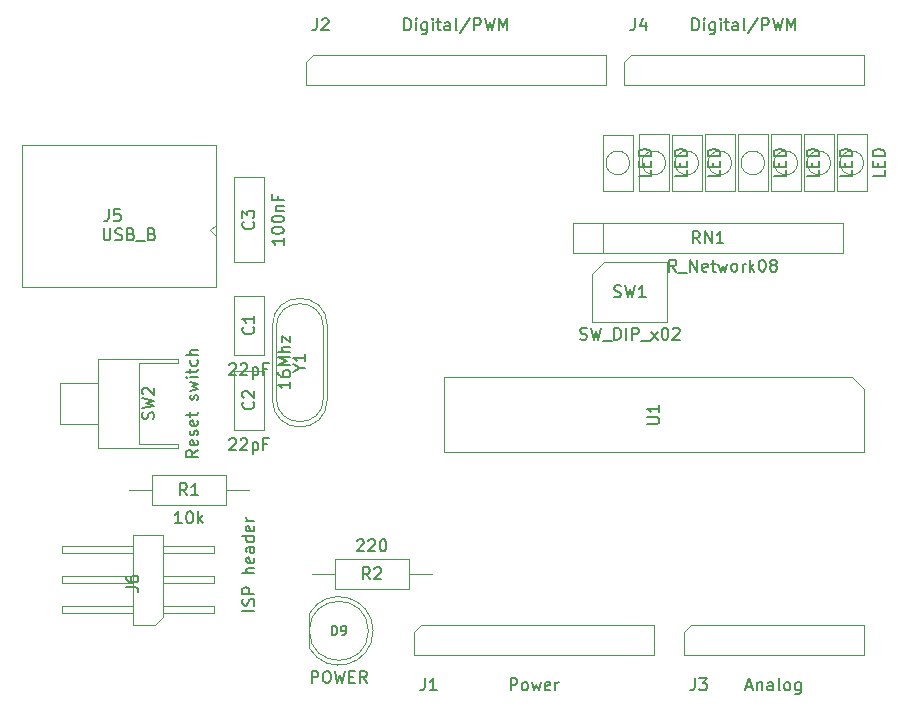
<source format=gbr>
%TF.GenerationSoftware,KiCad,Pcbnew,7.0.5*%
%TF.CreationDate,2023-11-13T20:32:54+01:00*%
%TF.ProjectId,atmega328p_dev_board,61746d65-6761-4333-9238-705f6465765f,rev?*%
%TF.SameCoordinates,Original*%
%TF.FileFunction,AssemblyDrawing,Top*%
%FSLAX46Y46*%
G04 Gerber Fmt 4.6, Leading zero omitted, Abs format (unit mm)*
G04 Created by KiCad (PCBNEW 7.0.5) date 2023-11-13 20:32:54*
%MOMM*%
%LPD*%
G01*
G04 APERTURE LIST*
%ADD10C,0.150000*%
%ADD11C,0.200000*%
%ADD12C,0.100000*%
G04 APERTURE END LIST*
D10*
%TO.C,J1*%
X134853809Y-101724819D02*
X134853809Y-100724819D01*
X134853809Y-100724819D02*
X135234761Y-100724819D01*
X135234761Y-100724819D02*
X135329999Y-100772438D01*
X135329999Y-100772438D02*
X135377618Y-100820057D01*
X135377618Y-100820057D02*
X135425237Y-100915295D01*
X135425237Y-100915295D02*
X135425237Y-101058152D01*
X135425237Y-101058152D02*
X135377618Y-101153390D01*
X135377618Y-101153390D02*
X135329999Y-101201009D01*
X135329999Y-101201009D02*
X135234761Y-101248628D01*
X135234761Y-101248628D02*
X134853809Y-101248628D01*
X135996666Y-101724819D02*
X135901428Y-101677200D01*
X135901428Y-101677200D02*
X135853809Y-101629580D01*
X135853809Y-101629580D02*
X135806190Y-101534342D01*
X135806190Y-101534342D02*
X135806190Y-101248628D01*
X135806190Y-101248628D02*
X135853809Y-101153390D01*
X135853809Y-101153390D02*
X135901428Y-101105771D01*
X135901428Y-101105771D02*
X135996666Y-101058152D01*
X135996666Y-101058152D02*
X136139523Y-101058152D01*
X136139523Y-101058152D02*
X136234761Y-101105771D01*
X136234761Y-101105771D02*
X136282380Y-101153390D01*
X136282380Y-101153390D02*
X136329999Y-101248628D01*
X136329999Y-101248628D02*
X136329999Y-101534342D01*
X136329999Y-101534342D02*
X136282380Y-101629580D01*
X136282380Y-101629580D02*
X136234761Y-101677200D01*
X136234761Y-101677200D02*
X136139523Y-101724819D01*
X136139523Y-101724819D02*
X135996666Y-101724819D01*
X136663333Y-101058152D02*
X136853809Y-101724819D01*
X136853809Y-101724819D02*
X137044285Y-101248628D01*
X137044285Y-101248628D02*
X137234761Y-101724819D01*
X137234761Y-101724819D02*
X137425237Y-101058152D01*
X138187142Y-101677200D02*
X138091904Y-101724819D01*
X138091904Y-101724819D02*
X137901428Y-101724819D01*
X137901428Y-101724819D02*
X137806190Y-101677200D01*
X137806190Y-101677200D02*
X137758571Y-101581961D01*
X137758571Y-101581961D02*
X137758571Y-101201009D01*
X137758571Y-101201009D02*
X137806190Y-101105771D01*
X137806190Y-101105771D02*
X137901428Y-101058152D01*
X137901428Y-101058152D02*
X138091904Y-101058152D01*
X138091904Y-101058152D02*
X138187142Y-101105771D01*
X138187142Y-101105771D02*
X138234761Y-101201009D01*
X138234761Y-101201009D02*
X138234761Y-101296247D01*
X138234761Y-101296247D02*
X137758571Y-101391485D01*
X138663333Y-101724819D02*
X138663333Y-101058152D01*
X138663333Y-101248628D02*
X138710952Y-101153390D01*
X138710952Y-101153390D02*
X138758571Y-101105771D01*
X138758571Y-101105771D02*
X138853809Y-101058152D01*
X138853809Y-101058152D02*
X138949047Y-101058152D01*
X127606666Y-100724819D02*
X127606666Y-101439104D01*
X127606666Y-101439104D02*
X127559047Y-101581961D01*
X127559047Y-101581961D02*
X127463809Y-101677200D01*
X127463809Y-101677200D02*
X127320952Y-101724819D01*
X127320952Y-101724819D02*
X127225714Y-101724819D01*
X128606666Y-101724819D02*
X128035238Y-101724819D01*
X128320952Y-101724819D02*
X128320952Y-100724819D01*
X128320952Y-100724819D02*
X128225714Y-100867676D01*
X128225714Y-100867676D02*
X128130476Y-100962914D01*
X128130476Y-100962914D02*
X128035238Y-101010533D01*
%TO.C,J3*%
X154840476Y-101439104D02*
X155316666Y-101439104D01*
X154745238Y-101724819D02*
X155078571Y-100724819D01*
X155078571Y-100724819D02*
X155411904Y-101724819D01*
X155745238Y-101058152D02*
X155745238Y-101724819D01*
X155745238Y-101153390D02*
X155792857Y-101105771D01*
X155792857Y-101105771D02*
X155888095Y-101058152D01*
X155888095Y-101058152D02*
X156030952Y-101058152D01*
X156030952Y-101058152D02*
X156126190Y-101105771D01*
X156126190Y-101105771D02*
X156173809Y-101201009D01*
X156173809Y-101201009D02*
X156173809Y-101724819D01*
X157078571Y-101724819D02*
X157078571Y-101201009D01*
X157078571Y-101201009D02*
X157030952Y-101105771D01*
X157030952Y-101105771D02*
X156935714Y-101058152D01*
X156935714Y-101058152D02*
X156745238Y-101058152D01*
X156745238Y-101058152D02*
X156650000Y-101105771D01*
X157078571Y-101677200D02*
X156983333Y-101724819D01*
X156983333Y-101724819D02*
X156745238Y-101724819D01*
X156745238Y-101724819D02*
X156650000Y-101677200D01*
X156650000Y-101677200D02*
X156602381Y-101581961D01*
X156602381Y-101581961D02*
X156602381Y-101486723D01*
X156602381Y-101486723D02*
X156650000Y-101391485D01*
X156650000Y-101391485D02*
X156745238Y-101343866D01*
X156745238Y-101343866D02*
X156983333Y-101343866D01*
X156983333Y-101343866D02*
X157078571Y-101296247D01*
X157697619Y-101724819D02*
X157602381Y-101677200D01*
X157602381Y-101677200D02*
X157554762Y-101581961D01*
X157554762Y-101581961D02*
X157554762Y-100724819D01*
X158221429Y-101724819D02*
X158126191Y-101677200D01*
X158126191Y-101677200D02*
X158078572Y-101629580D01*
X158078572Y-101629580D02*
X158030953Y-101534342D01*
X158030953Y-101534342D02*
X158030953Y-101248628D01*
X158030953Y-101248628D02*
X158078572Y-101153390D01*
X158078572Y-101153390D02*
X158126191Y-101105771D01*
X158126191Y-101105771D02*
X158221429Y-101058152D01*
X158221429Y-101058152D02*
X158364286Y-101058152D01*
X158364286Y-101058152D02*
X158459524Y-101105771D01*
X158459524Y-101105771D02*
X158507143Y-101153390D01*
X158507143Y-101153390D02*
X158554762Y-101248628D01*
X158554762Y-101248628D02*
X158554762Y-101534342D01*
X158554762Y-101534342D02*
X158507143Y-101629580D01*
X158507143Y-101629580D02*
X158459524Y-101677200D01*
X158459524Y-101677200D02*
X158364286Y-101724819D01*
X158364286Y-101724819D02*
X158221429Y-101724819D01*
X159411905Y-101058152D02*
X159411905Y-101867676D01*
X159411905Y-101867676D02*
X159364286Y-101962914D01*
X159364286Y-101962914D02*
X159316667Y-102010533D01*
X159316667Y-102010533D02*
X159221429Y-102058152D01*
X159221429Y-102058152D02*
X159078572Y-102058152D01*
X159078572Y-102058152D02*
X158983334Y-102010533D01*
X159411905Y-101677200D02*
X159316667Y-101724819D01*
X159316667Y-101724819D02*
X159126191Y-101724819D01*
X159126191Y-101724819D02*
X159030953Y-101677200D01*
X159030953Y-101677200D02*
X158983334Y-101629580D01*
X158983334Y-101629580D02*
X158935715Y-101534342D01*
X158935715Y-101534342D02*
X158935715Y-101248628D01*
X158935715Y-101248628D02*
X158983334Y-101153390D01*
X158983334Y-101153390D02*
X159030953Y-101105771D01*
X159030953Y-101105771D02*
X159126191Y-101058152D01*
X159126191Y-101058152D02*
X159316667Y-101058152D01*
X159316667Y-101058152D02*
X159411905Y-101105771D01*
X150466666Y-100724819D02*
X150466666Y-101439104D01*
X150466666Y-101439104D02*
X150419047Y-101581961D01*
X150419047Y-101581961D02*
X150323809Y-101677200D01*
X150323809Y-101677200D02*
X150180952Y-101724819D01*
X150180952Y-101724819D02*
X150085714Y-101724819D01*
X150847619Y-100724819D02*
X151466666Y-100724819D01*
X151466666Y-100724819D02*
X151133333Y-101105771D01*
X151133333Y-101105771D02*
X151276190Y-101105771D01*
X151276190Y-101105771D02*
X151371428Y-101153390D01*
X151371428Y-101153390D02*
X151419047Y-101201009D01*
X151419047Y-101201009D02*
X151466666Y-101296247D01*
X151466666Y-101296247D02*
X151466666Y-101534342D01*
X151466666Y-101534342D02*
X151419047Y-101629580D01*
X151419047Y-101629580D02*
X151371428Y-101677200D01*
X151371428Y-101677200D02*
X151276190Y-101724819D01*
X151276190Y-101724819D02*
X150990476Y-101724819D01*
X150990476Y-101724819D02*
X150895238Y-101677200D01*
X150895238Y-101677200D02*
X150847619Y-101629580D01*
%TO.C,J2*%
X125868857Y-45844819D02*
X125868857Y-44844819D01*
X125868857Y-44844819D02*
X126106952Y-44844819D01*
X126106952Y-44844819D02*
X126249809Y-44892438D01*
X126249809Y-44892438D02*
X126345047Y-44987676D01*
X126345047Y-44987676D02*
X126392666Y-45082914D01*
X126392666Y-45082914D02*
X126440285Y-45273390D01*
X126440285Y-45273390D02*
X126440285Y-45416247D01*
X126440285Y-45416247D02*
X126392666Y-45606723D01*
X126392666Y-45606723D02*
X126345047Y-45701961D01*
X126345047Y-45701961D02*
X126249809Y-45797200D01*
X126249809Y-45797200D02*
X126106952Y-45844819D01*
X126106952Y-45844819D02*
X125868857Y-45844819D01*
X126868857Y-45844819D02*
X126868857Y-45178152D01*
X126868857Y-44844819D02*
X126821238Y-44892438D01*
X126821238Y-44892438D02*
X126868857Y-44940057D01*
X126868857Y-44940057D02*
X126916476Y-44892438D01*
X126916476Y-44892438D02*
X126868857Y-44844819D01*
X126868857Y-44844819D02*
X126868857Y-44940057D01*
X127773618Y-45178152D02*
X127773618Y-45987676D01*
X127773618Y-45987676D02*
X127725999Y-46082914D01*
X127725999Y-46082914D02*
X127678380Y-46130533D01*
X127678380Y-46130533D02*
X127583142Y-46178152D01*
X127583142Y-46178152D02*
X127440285Y-46178152D01*
X127440285Y-46178152D02*
X127345047Y-46130533D01*
X127773618Y-45797200D02*
X127678380Y-45844819D01*
X127678380Y-45844819D02*
X127487904Y-45844819D01*
X127487904Y-45844819D02*
X127392666Y-45797200D01*
X127392666Y-45797200D02*
X127345047Y-45749580D01*
X127345047Y-45749580D02*
X127297428Y-45654342D01*
X127297428Y-45654342D02*
X127297428Y-45368628D01*
X127297428Y-45368628D02*
X127345047Y-45273390D01*
X127345047Y-45273390D02*
X127392666Y-45225771D01*
X127392666Y-45225771D02*
X127487904Y-45178152D01*
X127487904Y-45178152D02*
X127678380Y-45178152D01*
X127678380Y-45178152D02*
X127773618Y-45225771D01*
X128249809Y-45844819D02*
X128249809Y-45178152D01*
X128249809Y-44844819D02*
X128202190Y-44892438D01*
X128202190Y-44892438D02*
X128249809Y-44940057D01*
X128249809Y-44940057D02*
X128297428Y-44892438D01*
X128297428Y-44892438D02*
X128249809Y-44844819D01*
X128249809Y-44844819D02*
X128249809Y-44940057D01*
X128583142Y-45178152D02*
X128964094Y-45178152D01*
X128725999Y-44844819D02*
X128725999Y-45701961D01*
X128725999Y-45701961D02*
X128773618Y-45797200D01*
X128773618Y-45797200D02*
X128868856Y-45844819D01*
X128868856Y-45844819D02*
X128964094Y-45844819D01*
X129725999Y-45844819D02*
X129725999Y-45321009D01*
X129725999Y-45321009D02*
X129678380Y-45225771D01*
X129678380Y-45225771D02*
X129583142Y-45178152D01*
X129583142Y-45178152D02*
X129392666Y-45178152D01*
X129392666Y-45178152D02*
X129297428Y-45225771D01*
X129725999Y-45797200D02*
X129630761Y-45844819D01*
X129630761Y-45844819D02*
X129392666Y-45844819D01*
X129392666Y-45844819D02*
X129297428Y-45797200D01*
X129297428Y-45797200D02*
X129249809Y-45701961D01*
X129249809Y-45701961D02*
X129249809Y-45606723D01*
X129249809Y-45606723D02*
X129297428Y-45511485D01*
X129297428Y-45511485D02*
X129392666Y-45463866D01*
X129392666Y-45463866D02*
X129630761Y-45463866D01*
X129630761Y-45463866D02*
X129725999Y-45416247D01*
X130345047Y-45844819D02*
X130249809Y-45797200D01*
X130249809Y-45797200D02*
X130202190Y-45701961D01*
X130202190Y-45701961D02*
X130202190Y-44844819D01*
X131440285Y-44797200D02*
X130583143Y-46082914D01*
X131773619Y-45844819D02*
X131773619Y-44844819D01*
X131773619Y-44844819D02*
X132154571Y-44844819D01*
X132154571Y-44844819D02*
X132249809Y-44892438D01*
X132249809Y-44892438D02*
X132297428Y-44940057D01*
X132297428Y-44940057D02*
X132345047Y-45035295D01*
X132345047Y-45035295D02*
X132345047Y-45178152D01*
X132345047Y-45178152D02*
X132297428Y-45273390D01*
X132297428Y-45273390D02*
X132249809Y-45321009D01*
X132249809Y-45321009D02*
X132154571Y-45368628D01*
X132154571Y-45368628D02*
X131773619Y-45368628D01*
X132678381Y-44844819D02*
X132916476Y-45844819D01*
X132916476Y-45844819D02*
X133106952Y-45130533D01*
X133106952Y-45130533D02*
X133297428Y-45844819D01*
X133297428Y-45844819D02*
X133535524Y-44844819D01*
X133916476Y-45844819D02*
X133916476Y-44844819D01*
X133916476Y-44844819D02*
X134249809Y-45559104D01*
X134249809Y-45559104D02*
X134583142Y-44844819D01*
X134583142Y-44844819D02*
X134583142Y-45844819D01*
X118462666Y-44844819D02*
X118462666Y-45559104D01*
X118462666Y-45559104D02*
X118415047Y-45701961D01*
X118415047Y-45701961D02*
X118319809Y-45797200D01*
X118319809Y-45797200D02*
X118176952Y-45844819D01*
X118176952Y-45844819D02*
X118081714Y-45844819D01*
X118891238Y-44940057D02*
X118938857Y-44892438D01*
X118938857Y-44892438D02*
X119034095Y-44844819D01*
X119034095Y-44844819D02*
X119272190Y-44844819D01*
X119272190Y-44844819D02*
X119367428Y-44892438D01*
X119367428Y-44892438D02*
X119415047Y-44940057D01*
X119415047Y-44940057D02*
X119462666Y-45035295D01*
X119462666Y-45035295D02*
X119462666Y-45130533D01*
X119462666Y-45130533D02*
X119415047Y-45273390D01*
X119415047Y-45273390D02*
X118843619Y-45844819D01*
X118843619Y-45844819D02*
X119462666Y-45844819D01*
%TO.C,J4*%
X150252857Y-45844819D02*
X150252857Y-44844819D01*
X150252857Y-44844819D02*
X150490952Y-44844819D01*
X150490952Y-44844819D02*
X150633809Y-44892438D01*
X150633809Y-44892438D02*
X150729047Y-44987676D01*
X150729047Y-44987676D02*
X150776666Y-45082914D01*
X150776666Y-45082914D02*
X150824285Y-45273390D01*
X150824285Y-45273390D02*
X150824285Y-45416247D01*
X150824285Y-45416247D02*
X150776666Y-45606723D01*
X150776666Y-45606723D02*
X150729047Y-45701961D01*
X150729047Y-45701961D02*
X150633809Y-45797200D01*
X150633809Y-45797200D02*
X150490952Y-45844819D01*
X150490952Y-45844819D02*
X150252857Y-45844819D01*
X151252857Y-45844819D02*
X151252857Y-45178152D01*
X151252857Y-44844819D02*
X151205238Y-44892438D01*
X151205238Y-44892438D02*
X151252857Y-44940057D01*
X151252857Y-44940057D02*
X151300476Y-44892438D01*
X151300476Y-44892438D02*
X151252857Y-44844819D01*
X151252857Y-44844819D02*
X151252857Y-44940057D01*
X152157618Y-45178152D02*
X152157618Y-45987676D01*
X152157618Y-45987676D02*
X152109999Y-46082914D01*
X152109999Y-46082914D02*
X152062380Y-46130533D01*
X152062380Y-46130533D02*
X151967142Y-46178152D01*
X151967142Y-46178152D02*
X151824285Y-46178152D01*
X151824285Y-46178152D02*
X151729047Y-46130533D01*
X152157618Y-45797200D02*
X152062380Y-45844819D01*
X152062380Y-45844819D02*
X151871904Y-45844819D01*
X151871904Y-45844819D02*
X151776666Y-45797200D01*
X151776666Y-45797200D02*
X151729047Y-45749580D01*
X151729047Y-45749580D02*
X151681428Y-45654342D01*
X151681428Y-45654342D02*
X151681428Y-45368628D01*
X151681428Y-45368628D02*
X151729047Y-45273390D01*
X151729047Y-45273390D02*
X151776666Y-45225771D01*
X151776666Y-45225771D02*
X151871904Y-45178152D01*
X151871904Y-45178152D02*
X152062380Y-45178152D01*
X152062380Y-45178152D02*
X152157618Y-45225771D01*
X152633809Y-45844819D02*
X152633809Y-45178152D01*
X152633809Y-44844819D02*
X152586190Y-44892438D01*
X152586190Y-44892438D02*
X152633809Y-44940057D01*
X152633809Y-44940057D02*
X152681428Y-44892438D01*
X152681428Y-44892438D02*
X152633809Y-44844819D01*
X152633809Y-44844819D02*
X152633809Y-44940057D01*
X152967142Y-45178152D02*
X153348094Y-45178152D01*
X153109999Y-44844819D02*
X153109999Y-45701961D01*
X153109999Y-45701961D02*
X153157618Y-45797200D01*
X153157618Y-45797200D02*
X153252856Y-45844819D01*
X153252856Y-45844819D02*
X153348094Y-45844819D01*
X154109999Y-45844819D02*
X154109999Y-45321009D01*
X154109999Y-45321009D02*
X154062380Y-45225771D01*
X154062380Y-45225771D02*
X153967142Y-45178152D01*
X153967142Y-45178152D02*
X153776666Y-45178152D01*
X153776666Y-45178152D02*
X153681428Y-45225771D01*
X154109999Y-45797200D02*
X154014761Y-45844819D01*
X154014761Y-45844819D02*
X153776666Y-45844819D01*
X153776666Y-45844819D02*
X153681428Y-45797200D01*
X153681428Y-45797200D02*
X153633809Y-45701961D01*
X153633809Y-45701961D02*
X153633809Y-45606723D01*
X153633809Y-45606723D02*
X153681428Y-45511485D01*
X153681428Y-45511485D02*
X153776666Y-45463866D01*
X153776666Y-45463866D02*
X154014761Y-45463866D01*
X154014761Y-45463866D02*
X154109999Y-45416247D01*
X154729047Y-45844819D02*
X154633809Y-45797200D01*
X154633809Y-45797200D02*
X154586190Y-45701961D01*
X154586190Y-45701961D02*
X154586190Y-44844819D01*
X155824285Y-44797200D02*
X154967143Y-46082914D01*
X156157619Y-45844819D02*
X156157619Y-44844819D01*
X156157619Y-44844819D02*
X156538571Y-44844819D01*
X156538571Y-44844819D02*
X156633809Y-44892438D01*
X156633809Y-44892438D02*
X156681428Y-44940057D01*
X156681428Y-44940057D02*
X156729047Y-45035295D01*
X156729047Y-45035295D02*
X156729047Y-45178152D01*
X156729047Y-45178152D02*
X156681428Y-45273390D01*
X156681428Y-45273390D02*
X156633809Y-45321009D01*
X156633809Y-45321009D02*
X156538571Y-45368628D01*
X156538571Y-45368628D02*
X156157619Y-45368628D01*
X157062381Y-44844819D02*
X157300476Y-45844819D01*
X157300476Y-45844819D02*
X157490952Y-45130533D01*
X157490952Y-45130533D02*
X157681428Y-45844819D01*
X157681428Y-45844819D02*
X157919524Y-44844819D01*
X158300476Y-45844819D02*
X158300476Y-44844819D01*
X158300476Y-44844819D02*
X158633809Y-45559104D01*
X158633809Y-45559104D02*
X158967142Y-44844819D01*
X158967142Y-44844819D02*
X158967142Y-45844819D01*
X145386666Y-44844819D02*
X145386666Y-45559104D01*
X145386666Y-45559104D02*
X145339047Y-45701961D01*
X145339047Y-45701961D02*
X145243809Y-45797200D01*
X145243809Y-45797200D02*
X145100952Y-45844819D01*
X145100952Y-45844819D02*
X145005714Y-45844819D01*
X146291428Y-45178152D02*
X146291428Y-45844819D01*
X146053333Y-44797200D02*
X145815238Y-45511485D01*
X145815238Y-45511485D02*
X146434285Y-45511485D01*
%TO.C,U1*%
X146444819Y-79171904D02*
X147254342Y-79171904D01*
X147254342Y-79171904D02*
X147349580Y-79124285D01*
X147349580Y-79124285D02*
X147397200Y-79076666D01*
X147397200Y-79076666D02*
X147444819Y-78981428D01*
X147444819Y-78981428D02*
X147444819Y-78790952D01*
X147444819Y-78790952D02*
X147397200Y-78695714D01*
X147397200Y-78695714D02*
X147349580Y-78648095D01*
X147349580Y-78648095D02*
X147254342Y-78600476D01*
X147254342Y-78600476D02*
X146444819Y-78600476D01*
X147444819Y-77600476D02*
X147444819Y-78171904D01*
X147444819Y-77886190D02*
X146444819Y-77886190D01*
X146444819Y-77886190D02*
X146587676Y-77981428D01*
X146587676Y-77981428D02*
X146682914Y-78076666D01*
X146682914Y-78076666D02*
X146730533Y-78171904D01*
%TO.C,J6*%
X113154819Y-94990952D02*
X112154819Y-94990952D01*
X113107200Y-94562381D02*
X113154819Y-94419524D01*
X113154819Y-94419524D02*
X113154819Y-94181429D01*
X113154819Y-94181429D02*
X113107200Y-94086191D01*
X113107200Y-94086191D02*
X113059580Y-94038572D01*
X113059580Y-94038572D02*
X112964342Y-93990953D01*
X112964342Y-93990953D02*
X112869104Y-93990953D01*
X112869104Y-93990953D02*
X112773866Y-94038572D01*
X112773866Y-94038572D02*
X112726247Y-94086191D01*
X112726247Y-94086191D02*
X112678628Y-94181429D01*
X112678628Y-94181429D02*
X112631009Y-94371905D01*
X112631009Y-94371905D02*
X112583390Y-94467143D01*
X112583390Y-94467143D02*
X112535771Y-94514762D01*
X112535771Y-94514762D02*
X112440533Y-94562381D01*
X112440533Y-94562381D02*
X112345295Y-94562381D01*
X112345295Y-94562381D02*
X112250057Y-94514762D01*
X112250057Y-94514762D02*
X112202438Y-94467143D01*
X112202438Y-94467143D02*
X112154819Y-94371905D01*
X112154819Y-94371905D02*
X112154819Y-94133810D01*
X112154819Y-94133810D02*
X112202438Y-93990953D01*
X113154819Y-93562381D02*
X112154819Y-93562381D01*
X112154819Y-93562381D02*
X112154819Y-93181429D01*
X112154819Y-93181429D02*
X112202438Y-93086191D01*
X112202438Y-93086191D02*
X112250057Y-93038572D01*
X112250057Y-93038572D02*
X112345295Y-92990953D01*
X112345295Y-92990953D02*
X112488152Y-92990953D01*
X112488152Y-92990953D02*
X112583390Y-93038572D01*
X112583390Y-93038572D02*
X112631009Y-93086191D01*
X112631009Y-93086191D02*
X112678628Y-93181429D01*
X112678628Y-93181429D02*
X112678628Y-93562381D01*
X113154819Y-91800476D02*
X112154819Y-91800476D01*
X113154819Y-91371905D02*
X112631009Y-91371905D01*
X112631009Y-91371905D02*
X112535771Y-91419524D01*
X112535771Y-91419524D02*
X112488152Y-91514762D01*
X112488152Y-91514762D02*
X112488152Y-91657619D01*
X112488152Y-91657619D02*
X112535771Y-91752857D01*
X112535771Y-91752857D02*
X112583390Y-91800476D01*
X113107200Y-90514762D02*
X113154819Y-90610000D01*
X113154819Y-90610000D02*
X113154819Y-90800476D01*
X113154819Y-90800476D02*
X113107200Y-90895714D01*
X113107200Y-90895714D02*
X113011961Y-90943333D01*
X113011961Y-90943333D02*
X112631009Y-90943333D01*
X112631009Y-90943333D02*
X112535771Y-90895714D01*
X112535771Y-90895714D02*
X112488152Y-90800476D01*
X112488152Y-90800476D02*
X112488152Y-90610000D01*
X112488152Y-90610000D02*
X112535771Y-90514762D01*
X112535771Y-90514762D02*
X112631009Y-90467143D01*
X112631009Y-90467143D02*
X112726247Y-90467143D01*
X112726247Y-90467143D02*
X112821485Y-90943333D01*
X113154819Y-89610000D02*
X112631009Y-89610000D01*
X112631009Y-89610000D02*
X112535771Y-89657619D01*
X112535771Y-89657619D02*
X112488152Y-89752857D01*
X112488152Y-89752857D02*
X112488152Y-89943333D01*
X112488152Y-89943333D02*
X112535771Y-90038571D01*
X113107200Y-89610000D02*
X113154819Y-89705238D01*
X113154819Y-89705238D02*
X113154819Y-89943333D01*
X113154819Y-89943333D02*
X113107200Y-90038571D01*
X113107200Y-90038571D02*
X113011961Y-90086190D01*
X113011961Y-90086190D02*
X112916723Y-90086190D01*
X112916723Y-90086190D02*
X112821485Y-90038571D01*
X112821485Y-90038571D02*
X112773866Y-89943333D01*
X112773866Y-89943333D02*
X112773866Y-89705238D01*
X112773866Y-89705238D02*
X112726247Y-89610000D01*
X113154819Y-88705238D02*
X112154819Y-88705238D01*
X113107200Y-88705238D02*
X113154819Y-88800476D01*
X113154819Y-88800476D02*
X113154819Y-88990952D01*
X113154819Y-88990952D02*
X113107200Y-89086190D01*
X113107200Y-89086190D02*
X113059580Y-89133809D01*
X113059580Y-89133809D02*
X112964342Y-89181428D01*
X112964342Y-89181428D02*
X112678628Y-89181428D01*
X112678628Y-89181428D02*
X112583390Y-89133809D01*
X112583390Y-89133809D02*
X112535771Y-89086190D01*
X112535771Y-89086190D02*
X112488152Y-88990952D01*
X112488152Y-88990952D02*
X112488152Y-88800476D01*
X112488152Y-88800476D02*
X112535771Y-88705238D01*
X113107200Y-87848095D02*
X113154819Y-87943333D01*
X113154819Y-87943333D02*
X113154819Y-88133809D01*
X113154819Y-88133809D02*
X113107200Y-88229047D01*
X113107200Y-88229047D02*
X113011961Y-88276666D01*
X113011961Y-88276666D02*
X112631009Y-88276666D01*
X112631009Y-88276666D02*
X112535771Y-88229047D01*
X112535771Y-88229047D02*
X112488152Y-88133809D01*
X112488152Y-88133809D02*
X112488152Y-87943333D01*
X112488152Y-87943333D02*
X112535771Y-87848095D01*
X112535771Y-87848095D02*
X112631009Y-87800476D01*
X112631009Y-87800476D02*
X112726247Y-87800476D01*
X112726247Y-87800476D02*
X112821485Y-88276666D01*
X113154819Y-87371904D02*
X112488152Y-87371904D01*
X112678628Y-87371904D02*
X112583390Y-87324285D01*
X112583390Y-87324285D02*
X112535771Y-87276666D01*
X112535771Y-87276666D02*
X112488152Y-87181428D01*
X112488152Y-87181428D02*
X112488152Y-87086190D01*
X102334819Y-93018333D02*
X103049104Y-93018333D01*
X103049104Y-93018333D02*
X103191961Y-93065952D01*
X103191961Y-93065952D02*
X103287200Y-93161190D01*
X103287200Y-93161190D02*
X103334819Y-93304047D01*
X103334819Y-93304047D02*
X103334819Y-93399285D01*
X102334819Y-92113571D02*
X102334819Y-92304047D01*
X102334819Y-92304047D02*
X102382438Y-92399285D01*
X102382438Y-92399285D02*
X102430057Y-92446904D01*
X102430057Y-92446904D02*
X102572914Y-92542142D01*
X102572914Y-92542142D02*
X102763390Y-92589761D01*
X102763390Y-92589761D02*
X103144342Y-92589761D01*
X103144342Y-92589761D02*
X103239580Y-92542142D01*
X103239580Y-92542142D02*
X103287200Y-92494523D01*
X103287200Y-92494523D02*
X103334819Y-92399285D01*
X103334819Y-92399285D02*
X103334819Y-92208809D01*
X103334819Y-92208809D02*
X103287200Y-92113571D01*
X103287200Y-92113571D02*
X103239580Y-92065952D01*
X103239580Y-92065952D02*
X103144342Y-92018333D01*
X103144342Y-92018333D02*
X102906247Y-92018333D01*
X102906247Y-92018333D02*
X102811009Y-92065952D01*
X102811009Y-92065952D02*
X102763390Y-92113571D01*
X102763390Y-92113571D02*
X102715771Y-92208809D01*
X102715771Y-92208809D02*
X102715771Y-92399285D01*
X102715771Y-92399285D02*
X102763390Y-92494523D01*
X102763390Y-92494523D02*
X102811009Y-92542142D01*
X102811009Y-92542142D02*
X102906247Y-92589761D01*
%TO.C,D7*%
X149754819Y-57716857D02*
X149754819Y-58193047D01*
X149754819Y-58193047D02*
X148754819Y-58193047D01*
X149231009Y-57383523D02*
X149231009Y-57050190D01*
X149754819Y-56907333D02*
X149754819Y-57383523D01*
X149754819Y-57383523D02*
X148754819Y-57383523D01*
X148754819Y-57383523D02*
X148754819Y-56907333D01*
X149754819Y-56478761D02*
X148754819Y-56478761D01*
X148754819Y-56478761D02*
X148754819Y-56240666D01*
X148754819Y-56240666D02*
X148802438Y-56097809D01*
X148802438Y-56097809D02*
X148897676Y-56002571D01*
X148897676Y-56002571D02*
X148992914Y-55954952D01*
X148992914Y-55954952D02*
X149183390Y-55907333D01*
X149183390Y-55907333D02*
X149326247Y-55907333D01*
X149326247Y-55907333D02*
X149516723Y-55954952D01*
X149516723Y-55954952D02*
X149611961Y-56002571D01*
X149611961Y-56002571D02*
X149707200Y-56097809D01*
X149707200Y-56097809D02*
X149754819Y-56240666D01*
X149754819Y-56240666D02*
X149754819Y-56478761D01*
%TO.C,D9*%
X118010476Y-101112819D02*
X118010476Y-100112819D01*
X118010476Y-100112819D02*
X118391428Y-100112819D01*
X118391428Y-100112819D02*
X118486666Y-100160438D01*
X118486666Y-100160438D02*
X118534285Y-100208057D01*
X118534285Y-100208057D02*
X118581904Y-100303295D01*
X118581904Y-100303295D02*
X118581904Y-100446152D01*
X118581904Y-100446152D02*
X118534285Y-100541390D01*
X118534285Y-100541390D02*
X118486666Y-100589009D01*
X118486666Y-100589009D02*
X118391428Y-100636628D01*
X118391428Y-100636628D02*
X118010476Y-100636628D01*
X119200952Y-100112819D02*
X119391428Y-100112819D01*
X119391428Y-100112819D02*
X119486666Y-100160438D01*
X119486666Y-100160438D02*
X119581904Y-100255676D01*
X119581904Y-100255676D02*
X119629523Y-100446152D01*
X119629523Y-100446152D02*
X119629523Y-100779485D01*
X119629523Y-100779485D02*
X119581904Y-100969961D01*
X119581904Y-100969961D02*
X119486666Y-101065200D01*
X119486666Y-101065200D02*
X119391428Y-101112819D01*
X119391428Y-101112819D02*
X119200952Y-101112819D01*
X119200952Y-101112819D02*
X119105714Y-101065200D01*
X119105714Y-101065200D02*
X119010476Y-100969961D01*
X119010476Y-100969961D02*
X118962857Y-100779485D01*
X118962857Y-100779485D02*
X118962857Y-100446152D01*
X118962857Y-100446152D02*
X119010476Y-100255676D01*
X119010476Y-100255676D02*
X119105714Y-100160438D01*
X119105714Y-100160438D02*
X119200952Y-100112819D01*
X119962857Y-100112819D02*
X120200952Y-101112819D01*
X120200952Y-101112819D02*
X120391428Y-100398533D01*
X120391428Y-100398533D02*
X120581904Y-101112819D01*
X120581904Y-101112819D02*
X120820000Y-100112819D01*
X121200952Y-100589009D02*
X121534285Y-100589009D01*
X121677142Y-101112819D02*
X121200952Y-101112819D01*
X121200952Y-101112819D02*
X121200952Y-100112819D01*
X121200952Y-100112819D02*
X121677142Y-100112819D01*
X122677142Y-101112819D02*
X122343809Y-100636628D01*
X122105714Y-101112819D02*
X122105714Y-100112819D01*
X122105714Y-100112819D02*
X122486666Y-100112819D01*
X122486666Y-100112819D02*
X122581904Y-100160438D01*
X122581904Y-100160438D02*
X122629523Y-100208057D01*
X122629523Y-100208057D02*
X122677142Y-100303295D01*
X122677142Y-100303295D02*
X122677142Y-100446152D01*
X122677142Y-100446152D02*
X122629523Y-100541390D01*
X122629523Y-100541390D02*
X122581904Y-100589009D01*
X122581904Y-100589009D02*
X122486666Y-100636628D01*
X122486666Y-100636628D02*
X122105714Y-100636628D01*
D11*
X119709524Y-97057695D02*
X119709524Y-96257695D01*
X119709524Y-96257695D02*
X119900000Y-96257695D01*
X119900000Y-96257695D02*
X120014286Y-96295790D01*
X120014286Y-96295790D02*
X120090476Y-96371980D01*
X120090476Y-96371980D02*
X120128571Y-96448171D01*
X120128571Y-96448171D02*
X120166667Y-96600552D01*
X120166667Y-96600552D02*
X120166667Y-96714838D01*
X120166667Y-96714838D02*
X120128571Y-96867219D01*
X120128571Y-96867219D02*
X120090476Y-96943409D01*
X120090476Y-96943409D02*
X120014286Y-97019600D01*
X120014286Y-97019600D02*
X119900000Y-97057695D01*
X119900000Y-97057695D02*
X119709524Y-97057695D01*
X120547619Y-97057695D02*
X120700000Y-97057695D01*
X120700000Y-97057695D02*
X120776190Y-97019600D01*
X120776190Y-97019600D02*
X120814286Y-96981504D01*
X120814286Y-96981504D02*
X120890476Y-96867219D01*
X120890476Y-96867219D02*
X120928571Y-96714838D01*
X120928571Y-96714838D02*
X120928571Y-96410076D01*
X120928571Y-96410076D02*
X120890476Y-96333885D01*
X120890476Y-96333885D02*
X120852381Y-96295790D01*
X120852381Y-96295790D02*
X120776190Y-96257695D01*
X120776190Y-96257695D02*
X120623809Y-96257695D01*
X120623809Y-96257695D02*
X120547619Y-96295790D01*
X120547619Y-96295790D02*
X120509524Y-96333885D01*
X120509524Y-96333885D02*
X120471428Y-96410076D01*
X120471428Y-96410076D02*
X120471428Y-96600552D01*
X120471428Y-96600552D02*
X120509524Y-96676742D01*
X120509524Y-96676742D02*
X120547619Y-96714838D01*
X120547619Y-96714838D02*
X120623809Y-96752933D01*
X120623809Y-96752933D02*
X120776190Y-96752933D01*
X120776190Y-96752933D02*
X120852381Y-96714838D01*
X120852381Y-96714838D02*
X120890476Y-96676742D01*
X120890476Y-96676742D02*
X120928571Y-96600552D01*
D10*
%TO.C,D2*%
X163724819Y-57716857D02*
X163724819Y-58193047D01*
X163724819Y-58193047D02*
X162724819Y-58193047D01*
X163201009Y-57383523D02*
X163201009Y-57050190D01*
X163724819Y-56907333D02*
X163724819Y-57383523D01*
X163724819Y-57383523D02*
X162724819Y-57383523D01*
X162724819Y-57383523D02*
X162724819Y-56907333D01*
X163724819Y-56478761D02*
X162724819Y-56478761D01*
X162724819Y-56478761D02*
X162724819Y-56240666D01*
X162724819Y-56240666D02*
X162772438Y-56097809D01*
X162772438Y-56097809D02*
X162867676Y-56002571D01*
X162867676Y-56002571D02*
X162962914Y-55954952D01*
X162962914Y-55954952D02*
X163153390Y-55907333D01*
X163153390Y-55907333D02*
X163296247Y-55907333D01*
X163296247Y-55907333D02*
X163486723Y-55954952D01*
X163486723Y-55954952D02*
X163581961Y-56002571D01*
X163581961Y-56002571D02*
X163677200Y-56097809D01*
X163677200Y-56097809D02*
X163724819Y-56240666D01*
X163724819Y-56240666D02*
X163724819Y-56478761D01*
%TO.C,SW1*%
X140743714Y-72003200D02*
X140886571Y-72050819D01*
X140886571Y-72050819D02*
X141124666Y-72050819D01*
X141124666Y-72050819D02*
X141219904Y-72003200D01*
X141219904Y-72003200D02*
X141267523Y-71955580D01*
X141267523Y-71955580D02*
X141315142Y-71860342D01*
X141315142Y-71860342D02*
X141315142Y-71765104D01*
X141315142Y-71765104D02*
X141267523Y-71669866D01*
X141267523Y-71669866D02*
X141219904Y-71622247D01*
X141219904Y-71622247D02*
X141124666Y-71574628D01*
X141124666Y-71574628D02*
X140934190Y-71527009D01*
X140934190Y-71527009D02*
X140838952Y-71479390D01*
X140838952Y-71479390D02*
X140791333Y-71431771D01*
X140791333Y-71431771D02*
X140743714Y-71336533D01*
X140743714Y-71336533D02*
X140743714Y-71241295D01*
X140743714Y-71241295D02*
X140791333Y-71146057D01*
X140791333Y-71146057D02*
X140838952Y-71098438D01*
X140838952Y-71098438D02*
X140934190Y-71050819D01*
X140934190Y-71050819D02*
X141172285Y-71050819D01*
X141172285Y-71050819D02*
X141315142Y-71098438D01*
X141648476Y-71050819D02*
X141886571Y-72050819D01*
X141886571Y-72050819D02*
X142077047Y-71336533D01*
X142077047Y-71336533D02*
X142267523Y-72050819D01*
X142267523Y-72050819D02*
X142505619Y-71050819D01*
X142648476Y-72146057D02*
X143410380Y-72146057D01*
X143648476Y-72050819D02*
X143648476Y-71050819D01*
X143648476Y-71050819D02*
X143886571Y-71050819D01*
X143886571Y-71050819D02*
X144029428Y-71098438D01*
X144029428Y-71098438D02*
X144124666Y-71193676D01*
X144124666Y-71193676D02*
X144172285Y-71288914D01*
X144172285Y-71288914D02*
X144219904Y-71479390D01*
X144219904Y-71479390D02*
X144219904Y-71622247D01*
X144219904Y-71622247D02*
X144172285Y-71812723D01*
X144172285Y-71812723D02*
X144124666Y-71907961D01*
X144124666Y-71907961D02*
X144029428Y-72003200D01*
X144029428Y-72003200D02*
X143886571Y-72050819D01*
X143886571Y-72050819D02*
X143648476Y-72050819D01*
X144648476Y-72050819D02*
X144648476Y-71050819D01*
X145124666Y-72050819D02*
X145124666Y-71050819D01*
X145124666Y-71050819D02*
X145505618Y-71050819D01*
X145505618Y-71050819D02*
X145600856Y-71098438D01*
X145600856Y-71098438D02*
X145648475Y-71146057D01*
X145648475Y-71146057D02*
X145696094Y-71241295D01*
X145696094Y-71241295D02*
X145696094Y-71384152D01*
X145696094Y-71384152D02*
X145648475Y-71479390D01*
X145648475Y-71479390D02*
X145600856Y-71527009D01*
X145600856Y-71527009D02*
X145505618Y-71574628D01*
X145505618Y-71574628D02*
X145124666Y-71574628D01*
X145886571Y-72146057D02*
X146648475Y-72146057D01*
X146791333Y-72050819D02*
X147315142Y-71384152D01*
X146791333Y-71384152D02*
X147315142Y-72050819D01*
X147886571Y-71050819D02*
X147981809Y-71050819D01*
X147981809Y-71050819D02*
X148077047Y-71098438D01*
X148077047Y-71098438D02*
X148124666Y-71146057D01*
X148124666Y-71146057D02*
X148172285Y-71241295D01*
X148172285Y-71241295D02*
X148219904Y-71431771D01*
X148219904Y-71431771D02*
X148219904Y-71669866D01*
X148219904Y-71669866D02*
X148172285Y-71860342D01*
X148172285Y-71860342D02*
X148124666Y-71955580D01*
X148124666Y-71955580D02*
X148077047Y-72003200D01*
X148077047Y-72003200D02*
X147981809Y-72050819D01*
X147981809Y-72050819D02*
X147886571Y-72050819D01*
X147886571Y-72050819D02*
X147791333Y-72003200D01*
X147791333Y-72003200D02*
X147743714Y-71955580D01*
X147743714Y-71955580D02*
X147696095Y-71860342D01*
X147696095Y-71860342D02*
X147648476Y-71669866D01*
X147648476Y-71669866D02*
X147648476Y-71431771D01*
X147648476Y-71431771D02*
X147696095Y-71241295D01*
X147696095Y-71241295D02*
X147743714Y-71146057D01*
X147743714Y-71146057D02*
X147791333Y-71098438D01*
X147791333Y-71098438D02*
X147886571Y-71050819D01*
X148600857Y-71146057D02*
X148648476Y-71098438D01*
X148648476Y-71098438D02*
X148743714Y-71050819D01*
X148743714Y-71050819D02*
X148981809Y-71050819D01*
X148981809Y-71050819D02*
X149077047Y-71098438D01*
X149077047Y-71098438D02*
X149124666Y-71146057D01*
X149124666Y-71146057D02*
X149172285Y-71241295D01*
X149172285Y-71241295D02*
X149172285Y-71336533D01*
X149172285Y-71336533D02*
X149124666Y-71479390D01*
X149124666Y-71479390D02*
X148553238Y-72050819D01*
X148553238Y-72050819D02*
X149172285Y-72050819D01*
X143624667Y-68403200D02*
X143767524Y-68450819D01*
X143767524Y-68450819D02*
X144005619Y-68450819D01*
X144005619Y-68450819D02*
X144100857Y-68403200D01*
X144100857Y-68403200D02*
X144148476Y-68355580D01*
X144148476Y-68355580D02*
X144196095Y-68260342D01*
X144196095Y-68260342D02*
X144196095Y-68165104D01*
X144196095Y-68165104D02*
X144148476Y-68069866D01*
X144148476Y-68069866D02*
X144100857Y-68022247D01*
X144100857Y-68022247D02*
X144005619Y-67974628D01*
X144005619Y-67974628D02*
X143815143Y-67927009D01*
X143815143Y-67927009D02*
X143719905Y-67879390D01*
X143719905Y-67879390D02*
X143672286Y-67831771D01*
X143672286Y-67831771D02*
X143624667Y-67736533D01*
X143624667Y-67736533D02*
X143624667Y-67641295D01*
X143624667Y-67641295D02*
X143672286Y-67546057D01*
X143672286Y-67546057D02*
X143719905Y-67498438D01*
X143719905Y-67498438D02*
X143815143Y-67450819D01*
X143815143Y-67450819D02*
X144053238Y-67450819D01*
X144053238Y-67450819D02*
X144196095Y-67498438D01*
X144529429Y-67450819D02*
X144767524Y-68450819D01*
X144767524Y-68450819D02*
X144958000Y-67736533D01*
X144958000Y-67736533D02*
X145148476Y-68450819D01*
X145148476Y-68450819D02*
X145386572Y-67450819D01*
X146291333Y-68450819D02*
X145719905Y-68450819D01*
X146005619Y-68450819D02*
X146005619Y-67450819D01*
X146005619Y-67450819D02*
X145910381Y-67593676D01*
X145910381Y-67593676D02*
X145815143Y-67688914D01*
X145815143Y-67688914D02*
X145719905Y-67736533D01*
%TO.C,D1*%
X166518819Y-57716857D02*
X166518819Y-58193047D01*
X166518819Y-58193047D02*
X165518819Y-58193047D01*
X165995009Y-57383523D02*
X165995009Y-57050190D01*
X166518819Y-56907333D02*
X166518819Y-57383523D01*
X166518819Y-57383523D02*
X165518819Y-57383523D01*
X165518819Y-57383523D02*
X165518819Y-56907333D01*
X166518819Y-56478761D02*
X165518819Y-56478761D01*
X165518819Y-56478761D02*
X165518819Y-56240666D01*
X165518819Y-56240666D02*
X165566438Y-56097809D01*
X165566438Y-56097809D02*
X165661676Y-56002571D01*
X165661676Y-56002571D02*
X165756914Y-55954952D01*
X165756914Y-55954952D02*
X165947390Y-55907333D01*
X165947390Y-55907333D02*
X166090247Y-55907333D01*
X166090247Y-55907333D02*
X166280723Y-55954952D01*
X166280723Y-55954952D02*
X166375961Y-56002571D01*
X166375961Y-56002571D02*
X166471200Y-56097809D01*
X166471200Y-56097809D02*
X166518819Y-56240666D01*
X166518819Y-56240666D02*
X166518819Y-56478761D01*
%TO.C,RN1*%
X148879618Y-66278819D02*
X148546285Y-65802628D01*
X148308190Y-66278819D02*
X148308190Y-65278819D01*
X148308190Y-65278819D02*
X148689142Y-65278819D01*
X148689142Y-65278819D02*
X148784380Y-65326438D01*
X148784380Y-65326438D02*
X148831999Y-65374057D01*
X148831999Y-65374057D02*
X148879618Y-65469295D01*
X148879618Y-65469295D02*
X148879618Y-65612152D01*
X148879618Y-65612152D02*
X148831999Y-65707390D01*
X148831999Y-65707390D02*
X148784380Y-65755009D01*
X148784380Y-65755009D02*
X148689142Y-65802628D01*
X148689142Y-65802628D02*
X148308190Y-65802628D01*
X149070095Y-66374057D02*
X149831999Y-66374057D01*
X150070095Y-66278819D02*
X150070095Y-65278819D01*
X150070095Y-65278819D02*
X150641523Y-66278819D01*
X150641523Y-66278819D02*
X150641523Y-65278819D01*
X151498666Y-66231200D02*
X151403428Y-66278819D01*
X151403428Y-66278819D02*
X151212952Y-66278819D01*
X151212952Y-66278819D02*
X151117714Y-66231200D01*
X151117714Y-66231200D02*
X151070095Y-66135961D01*
X151070095Y-66135961D02*
X151070095Y-65755009D01*
X151070095Y-65755009D02*
X151117714Y-65659771D01*
X151117714Y-65659771D02*
X151212952Y-65612152D01*
X151212952Y-65612152D02*
X151403428Y-65612152D01*
X151403428Y-65612152D02*
X151498666Y-65659771D01*
X151498666Y-65659771D02*
X151546285Y-65755009D01*
X151546285Y-65755009D02*
X151546285Y-65850247D01*
X151546285Y-65850247D02*
X151070095Y-65945485D01*
X151832000Y-65612152D02*
X152212952Y-65612152D01*
X151974857Y-65278819D02*
X151974857Y-66135961D01*
X151974857Y-66135961D02*
X152022476Y-66231200D01*
X152022476Y-66231200D02*
X152117714Y-66278819D01*
X152117714Y-66278819D02*
X152212952Y-66278819D01*
X152451048Y-65612152D02*
X152641524Y-66278819D01*
X152641524Y-66278819D02*
X152832000Y-65802628D01*
X152832000Y-65802628D02*
X153022476Y-66278819D01*
X153022476Y-66278819D02*
X153212952Y-65612152D01*
X153736762Y-66278819D02*
X153641524Y-66231200D01*
X153641524Y-66231200D02*
X153593905Y-66183580D01*
X153593905Y-66183580D02*
X153546286Y-66088342D01*
X153546286Y-66088342D02*
X153546286Y-65802628D01*
X153546286Y-65802628D02*
X153593905Y-65707390D01*
X153593905Y-65707390D02*
X153641524Y-65659771D01*
X153641524Y-65659771D02*
X153736762Y-65612152D01*
X153736762Y-65612152D02*
X153879619Y-65612152D01*
X153879619Y-65612152D02*
X153974857Y-65659771D01*
X153974857Y-65659771D02*
X154022476Y-65707390D01*
X154022476Y-65707390D02*
X154070095Y-65802628D01*
X154070095Y-65802628D02*
X154070095Y-66088342D01*
X154070095Y-66088342D02*
X154022476Y-66183580D01*
X154022476Y-66183580D02*
X153974857Y-66231200D01*
X153974857Y-66231200D02*
X153879619Y-66278819D01*
X153879619Y-66278819D02*
X153736762Y-66278819D01*
X154498667Y-66278819D02*
X154498667Y-65612152D01*
X154498667Y-65802628D02*
X154546286Y-65707390D01*
X154546286Y-65707390D02*
X154593905Y-65659771D01*
X154593905Y-65659771D02*
X154689143Y-65612152D01*
X154689143Y-65612152D02*
X154784381Y-65612152D01*
X155117715Y-66278819D02*
X155117715Y-65278819D01*
X155212953Y-65897866D02*
X155498667Y-66278819D01*
X155498667Y-65612152D02*
X155117715Y-65993104D01*
X156117715Y-65278819D02*
X156212953Y-65278819D01*
X156212953Y-65278819D02*
X156308191Y-65326438D01*
X156308191Y-65326438D02*
X156355810Y-65374057D01*
X156355810Y-65374057D02*
X156403429Y-65469295D01*
X156403429Y-65469295D02*
X156451048Y-65659771D01*
X156451048Y-65659771D02*
X156451048Y-65897866D01*
X156451048Y-65897866D02*
X156403429Y-66088342D01*
X156403429Y-66088342D02*
X156355810Y-66183580D01*
X156355810Y-66183580D02*
X156308191Y-66231200D01*
X156308191Y-66231200D02*
X156212953Y-66278819D01*
X156212953Y-66278819D02*
X156117715Y-66278819D01*
X156117715Y-66278819D02*
X156022477Y-66231200D01*
X156022477Y-66231200D02*
X155974858Y-66183580D01*
X155974858Y-66183580D02*
X155927239Y-66088342D01*
X155927239Y-66088342D02*
X155879620Y-65897866D01*
X155879620Y-65897866D02*
X155879620Y-65659771D01*
X155879620Y-65659771D02*
X155927239Y-65469295D01*
X155927239Y-65469295D02*
X155974858Y-65374057D01*
X155974858Y-65374057D02*
X156022477Y-65326438D01*
X156022477Y-65326438D02*
X156117715Y-65278819D01*
X157022477Y-65707390D02*
X156927239Y-65659771D01*
X156927239Y-65659771D02*
X156879620Y-65612152D01*
X156879620Y-65612152D02*
X156832001Y-65516914D01*
X156832001Y-65516914D02*
X156832001Y-65469295D01*
X156832001Y-65469295D02*
X156879620Y-65374057D01*
X156879620Y-65374057D02*
X156927239Y-65326438D01*
X156927239Y-65326438D02*
X157022477Y-65278819D01*
X157022477Y-65278819D02*
X157212953Y-65278819D01*
X157212953Y-65278819D02*
X157308191Y-65326438D01*
X157308191Y-65326438D02*
X157355810Y-65374057D01*
X157355810Y-65374057D02*
X157403429Y-65469295D01*
X157403429Y-65469295D02*
X157403429Y-65516914D01*
X157403429Y-65516914D02*
X157355810Y-65612152D01*
X157355810Y-65612152D02*
X157308191Y-65659771D01*
X157308191Y-65659771D02*
X157212953Y-65707390D01*
X157212953Y-65707390D02*
X157022477Y-65707390D01*
X157022477Y-65707390D02*
X156927239Y-65755009D01*
X156927239Y-65755009D02*
X156879620Y-65802628D01*
X156879620Y-65802628D02*
X156832001Y-65897866D01*
X156832001Y-65897866D02*
X156832001Y-66088342D01*
X156832001Y-66088342D02*
X156879620Y-66183580D01*
X156879620Y-66183580D02*
X156927239Y-66231200D01*
X156927239Y-66231200D02*
X157022477Y-66278819D01*
X157022477Y-66278819D02*
X157212953Y-66278819D01*
X157212953Y-66278819D02*
X157308191Y-66231200D01*
X157308191Y-66231200D02*
X157355810Y-66183580D01*
X157355810Y-66183580D02*
X157403429Y-66088342D01*
X157403429Y-66088342D02*
X157403429Y-65897866D01*
X157403429Y-65897866D02*
X157355810Y-65802628D01*
X157355810Y-65802628D02*
X157308191Y-65755009D01*
X157308191Y-65755009D02*
X157212953Y-65707390D01*
X150871523Y-63878819D02*
X150538190Y-63402628D01*
X150300095Y-63878819D02*
X150300095Y-62878819D01*
X150300095Y-62878819D02*
X150681047Y-62878819D01*
X150681047Y-62878819D02*
X150776285Y-62926438D01*
X150776285Y-62926438D02*
X150823904Y-62974057D01*
X150823904Y-62974057D02*
X150871523Y-63069295D01*
X150871523Y-63069295D02*
X150871523Y-63212152D01*
X150871523Y-63212152D02*
X150823904Y-63307390D01*
X150823904Y-63307390D02*
X150776285Y-63355009D01*
X150776285Y-63355009D02*
X150681047Y-63402628D01*
X150681047Y-63402628D02*
X150300095Y-63402628D01*
X151300095Y-63878819D02*
X151300095Y-62878819D01*
X151300095Y-62878819D02*
X151871523Y-63878819D01*
X151871523Y-63878819D02*
X151871523Y-62878819D01*
X152871523Y-63878819D02*
X152300095Y-63878819D01*
X152585809Y-63878819D02*
X152585809Y-62878819D01*
X152585809Y-62878819D02*
X152490571Y-63021676D01*
X152490571Y-63021676D02*
X152395333Y-63116914D01*
X152395333Y-63116914D02*
X152300095Y-63164533D01*
%TO.C,D4*%
X158136819Y-57716857D02*
X158136819Y-58193047D01*
X158136819Y-58193047D02*
X157136819Y-58193047D01*
X157613009Y-57383523D02*
X157613009Y-57050190D01*
X158136819Y-56907333D02*
X158136819Y-57383523D01*
X158136819Y-57383523D02*
X157136819Y-57383523D01*
X157136819Y-57383523D02*
X157136819Y-56907333D01*
X158136819Y-56478761D02*
X157136819Y-56478761D01*
X157136819Y-56478761D02*
X157136819Y-56240666D01*
X157136819Y-56240666D02*
X157184438Y-56097809D01*
X157184438Y-56097809D02*
X157279676Y-56002571D01*
X157279676Y-56002571D02*
X157374914Y-55954952D01*
X157374914Y-55954952D02*
X157565390Y-55907333D01*
X157565390Y-55907333D02*
X157708247Y-55907333D01*
X157708247Y-55907333D02*
X157898723Y-55954952D01*
X157898723Y-55954952D02*
X157993961Y-56002571D01*
X157993961Y-56002571D02*
X158089200Y-56097809D01*
X158089200Y-56097809D02*
X158136819Y-56240666D01*
X158136819Y-56240666D02*
X158136819Y-56478761D01*
%TO.C,C2*%
X111057143Y-80500057D02*
X111104762Y-80452438D01*
X111104762Y-80452438D02*
X111200000Y-80404819D01*
X111200000Y-80404819D02*
X111438095Y-80404819D01*
X111438095Y-80404819D02*
X111533333Y-80452438D01*
X111533333Y-80452438D02*
X111580952Y-80500057D01*
X111580952Y-80500057D02*
X111628571Y-80595295D01*
X111628571Y-80595295D02*
X111628571Y-80690533D01*
X111628571Y-80690533D02*
X111580952Y-80833390D01*
X111580952Y-80833390D02*
X111009524Y-81404819D01*
X111009524Y-81404819D02*
X111628571Y-81404819D01*
X112009524Y-80500057D02*
X112057143Y-80452438D01*
X112057143Y-80452438D02*
X112152381Y-80404819D01*
X112152381Y-80404819D02*
X112390476Y-80404819D01*
X112390476Y-80404819D02*
X112485714Y-80452438D01*
X112485714Y-80452438D02*
X112533333Y-80500057D01*
X112533333Y-80500057D02*
X112580952Y-80595295D01*
X112580952Y-80595295D02*
X112580952Y-80690533D01*
X112580952Y-80690533D02*
X112533333Y-80833390D01*
X112533333Y-80833390D02*
X111961905Y-81404819D01*
X111961905Y-81404819D02*
X112580952Y-81404819D01*
X113009524Y-80738152D02*
X113009524Y-81738152D01*
X113009524Y-80785771D02*
X113104762Y-80738152D01*
X113104762Y-80738152D02*
X113295238Y-80738152D01*
X113295238Y-80738152D02*
X113390476Y-80785771D01*
X113390476Y-80785771D02*
X113438095Y-80833390D01*
X113438095Y-80833390D02*
X113485714Y-80928628D01*
X113485714Y-80928628D02*
X113485714Y-81214342D01*
X113485714Y-81214342D02*
X113438095Y-81309580D01*
X113438095Y-81309580D02*
X113390476Y-81357200D01*
X113390476Y-81357200D02*
X113295238Y-81404819D01*
X113295238Y-81404819D02*
X113104762Y-81404819D01*
X113104762Y-81404819D02*
X113009524Y-81357200D01*
X114247619Y-80881009D02*
X113914286Y-80881009D01*
X113914286Y-81404819D02*
X113914286Y-80404819D01*
X113914286Y-80404819D02*
X114390476Y-80404819D01*
X113059580Y-77326666D02*
X113107200Y-77374285D01*
X113107200Y-77374285D02*
X113154819Y-77517142D01*
X113154819Y-77517142D02*
X113154819Y-77612380D01*
X113154819Y-77612380D02*
X113107200Y-77755237D01*
X113107200Y-77755237D02*
X113011961Y-77850475D01*
X113011961Y-77850475D02*
X112916723Y-77898094D01*
X112916723Y-77898094D02*
X112726247Y-77945713D01*
X112726247Y-77945713D02*
X112583390Y-77945713D01*
X112583390Y-77945713D02*
X112392914Y-77898094D01*
X112392914Y-77898094D02*
X112297676Y-77850475D01*
X112297676Y-77850475D02*
X112202438Y-77755237D01*
X112202438Y-77755237D02*
X112154819Y-77612380D01*
X112154819Y-77612380D02*
X112154819Y-77517142D01*
X112154819Y-77517142D02*
X112202438Y-77374285D01*
X112202438Y-77374285D02*
X112250057Y-77326666D01*
X112250057Y-76945713D02*
X112202438Y-76898094D01*
X112202438Y-76898094D02*
X112154819Y-76802856D01*
X112154819Y-76802856D02*
X112154819Y-76564761D01*
X112154819Y-76564761D02*
X112202438Y-76469523D01*
X112202438Y-76469523D02*
X112250057Y-76421904D01*
X112250057Y-76421904D02*
X112345295Y-76374285D01*
X112345295Y-76374285D02*
X112440533Y-76374285D01*
X112440533Y-76374285D02*
X112583390Y-76421904D01*
X112583390Y-76421904D02*
X113154819Y-76993332D01*
X113154819Y-76993332D02*
X113154819Y-76374285D01*
%TO.C,C3*%
X115654819Y-63447619D02*
X115654819Y-64019047D01*
X115654819Y-63733333D02*
X114654819Y-63733333D01*
X114654819Y-63733333D02*
X114797676Y-63828571D01*
X114797676Y-63828571D02*
X114892914Y-63923809D01*
X114892914Y-63923809D02*
X114940533Y-64019047D01*
X114654819Y-62828571D02*
X114654819Y-62733333D01*
X114654819Y-62733333D02*
X114702438Y-62638095D01*
X114702438Y-62638095D02*
X114750057Y-62590476D01*
X114750057Y-62590476D02*
X114845295Y-62542857D01*
X114845295Y-62542857D02*
X115035771Y-62495238D01*
X115035771Y-62495238D02*
X115273866Y-62495238D01*
X115273866Y-62495238D02*
X115464342Y-62542857D01*
X115464342Y-62542857D02*
X115559580Y-62590476D01*
X115559580Y-62590476D02*
X115607200Y-62638095D01*
X115607200Y-62638095D02*
X115654819Y-62733333D01*
X115654819Y-62733333D02*
X115654819Y-62828571D01*
X115654819Y-62828571D02*
X115607200Y-62923809D01*
X115607200Y-62923809D02*
X115559580Y-62971428D01*
X115559580Y-62971428D02*
X115464342Y-63019047D01*
X115464342Y-63019047D02*
X115273866Y-63066666D01*
X115273866Y-63066666D02*
X115035771Y-63066666D01*
X115035771Y-63066666D02*
X114845295Y-63019047D01*
X114845295Y-63019047D02*
X114750057Y-62971428D01*
X114750057Y-62971428D02*
X114702438Y-62923809D01*
X114702438Y-62923809D02*
X114654819Y-62828571D01*
X114654819Y-61876190D02*
X114654819Y-61780952D01*
X114654819Y-61780952D02*
X114702438Y-61685714D01*
X114702438Y-61685714D02*
X114750057Y-61638095D01*
X114750057Y-61638095D02*
X114845295Y-61590476D01*
X114845295Y-61590476D02*
X115035771Y-61542857D01*
X115035771Y-61542857D02*
X115273866Y-61542857D01*
X115273866Y-61542857D02*
X115464342Y-61590476D01*
X115464342Y-61590476D02*
X115559580Y-61638095D01*
X115559580Y-61638095D02*
X115607200Y-61685714D01*
X115607200Y-61685714D02*
X115654819Y-61780952D01*
X115654819Y-61780952D02*
X115654819Y-61876190D01*
X115654819Y-61876190D02*
X115607200Y-61971428D01*
X115607200Y-61971428D02*
X115559580Y-62019047D01*
X115559580Y-62019047D02*
X115464342Y-62066666D01*
X115464342Y-62066666D02*
X115273866Y-62114285D01*
X115273866Y-62114285D02*
X115035771Y-62114285D01*
X115035771Y-62114285D02*
X114845295Y-62066666D01*
X114845295Y-62066666D02*
X114750057Y-62019047D01*
X114750057Y-62019047D02*
X114702438Y-61971428D01*
X114702438Y-61971428D02*
X114654819Y-61876190D01*
X114988152Y-61114285D02*
X115654819Y-61114285D01*
X115083390Y-61114285D02*
X115035771Y-61066666D01*
X115035771Y-61066666D02*
X114988152Y-60971428D01*
X114988152Y-60971428D02*
X114988152Y-60828571D01*
X114988152Y-60828571D02*
X115035771Y-60733333D01*
X115035771Y-60733333D02*
X115131009Y-60685714D01*
X115131009Y-60685714D02*
X115654819Y-60685714D01*
X115131009Y-59876190D02*
X115131009Y-60209523D01*
X115654819Y-60209523D02*
X114654819Y-60209523D01*
X114654819Y-60209523D02*
X114654819Y-59733333D01*
X113059580Y-62066666D02*
X113107200Y-62114285D01*
X113107200Y-62114285D02*
X113154819Y-62257142D01*
X113154819Y-62257142D02*
X113154819Y-62352380D01*
X113154819Y-62352380D02*
X113107200Y-62495237D01*
X113107200Y-62495237D02*
X113011961Y-62590475D01*
X113011961Y-62590475D02*
X112916723Y-62638094D01*
X112916723Y-62638094D02*
X112726247Y-62685713D01*
X112726247Y-62685713D02*
X112583390Y-62685713D01*
X112583390Y-62685713D02*
X112392914Y-62638094D01*
X112392914Y-62638094D02*
X112297676Y-62590475D01*
X112297676Y-62590475D02*
X112202438Y-62495237D01*
X112202438Y-62495237D02*
X112154819Y-62352380D01*
X112154819Y-62352380D02*
X112154819Y-62257142D01*
X112154819Y-62257142D02*
X112202438Y-62114285D01*
X112202438Y-62114285D02*
X112250057Y-62066666D01*
X112154819Y-61733332D02*
X112154819Y-61114285D01*
X112154819Y-61114285D02*
X112535771Y-61447618D01*
X112535771Y-61447618D02*
X112535771Y-61304761D01*
X112535771Y-61304761D02*
X112583390Y-61209523D01*
X112583390Y-61209523D02*
X112631009Y-61161904D01*
X112631009Y-61161904D02*
X112726247Y-61114285D01*
X112726247Y-61114285D02*
X112964342Y-61114285D01*
X112964342Y-61114285D02*
X113059580Y-61161904D01*
X113059580Y-61161904D02*
X113107200Y-61209523D01*
X113107200Y-61209523D02*
X113154819Y-61304761D01*
X113154819Y-61304761D02*
X113154819Y-61590475D01*
X113154819Y-61590475D02*
X113107200Y-61685713D01*
X113107200Y-61685713D02*
X113059580Y-61733332D01*
%TO.C,D8*%
X146706819Y-57721857D02*
X146706819Y-58198047D01*
X146706819Y-58198047D02*
X145706819Y-58198047D01*
X146183009Y-57388523D02*
X146183009Y-57055190D01*
X146706819Y-56912333D02*
X146706819Y-57388523D01*
X146706819Y-57388523D02*
X145706819Y-57388523D01*
X145706819Y-57388523D02*
X145706819Y-56912333D01*
X146706819Y-56483761D02*
X145706819Y-56483761D01*
X145706819Y-56483761D02*
X145706819Y-56245666D01*
X145706819Y-56245666D02*
X145754438Y-56102809D01*
X145754438Y-56102809D02*
X145849676Y-56007571D01*
X145849676Y-56007571D02*
X145944914Y-55959952D01*
X145944914Y-55959952D02*
X146135390Y-55912333D01*
X146135390Y-55912333D02*
X146278247Y-55912333D01*
X146278247Y-55912333D02*
X146468723Y-55959952D01*
X146468723Y-55959952D02*
X146563961Y-56007571D01*
X146563961Y-56007571D02*
X146659200Y-56102809D01*
X146659200Y-56102809D02*
X146706819Y-56245666D01*
X146706819Y-56245666D02*
X146706819Y-56483761D01*
%TO.C,J5*%
X100397143Y-62624819D02*
X100397143Y-63434342D01*
X100397143Y-63434342D02*
X100444762Y-63529580D01*
X100444762Y-63529580D02*
X100492381Y-63577200D01*
X100492381Y-63577200D02*
X100587619Y-63624819D01*
X100587619Y-63624819D02*
X100778095Y-63624819D01*
X100778095Y-63624819D02*
X100873333Y-63577200D01*
X100873333Y-63577200D02*
X100920952Y-63529580D01*
X100920952Y-63529580D02*
X100968571Y-63434342D01*
X100968571Y-63434342D02*
X100968571Y-62624819D01*
X101397143Y-63577200D02*
X101540000Y-63624819D01*
X101540000Y-63624819D02*
X101778095Y-63624819D01*
X101778095Y-63624819D02*
X101873333Y-63577200D01*
X101873333Y-63577200D02*
X101920952Y-63529580D01*
X101920952Y-63529580D02*
X101968571Y-63434342D01*
X101968571Y-63434342D02*
X101968571Y-63339104D01*
X101968571Y-63339104D02*
X101920952Y-63243866D01*
X101920952Y-63243866D02*
X101873333Y-63196247D01*
X101873333Y-63196247D02*
X101778095Y-63148628D01*
X101778095Y-63148628D02*
X101587619Y-63101009D01*
X101587619Y-63101009D02*
X101492381Y-63053390D01*
X101492381Y-63053390D02*
X101444762Y-63005771D01*
X101444762Y-63005771D02*
X101397143Y-62910533D01*
X101397143Y-62910533D02*
X101397143Y-62815295D01*
X101397143Y-62815295D02*
X101444762Y-62720057D01*
X101444762Y-62720057D02*
X101492381Y-62672438D01*
X101492381Y-62672438D02*
X101587619Y-62624819D01*
X101587619Y-62624819D02*
X101825714Y-62624819D01*
X101825714Y-62624819D02*
X101968571Y-62672438D01*
X102730476Y-63101009D02*
X102873333Y-63148628D01*
X102873333Y-63148628D02*
X102920952Y-63196247D01*
X102920952Y-63196247D02*
X102968571Y-63291485D01*
X102968571Y-63291485D02*
X102968571Y-63434342D01*
X102968571Y-63434342D02*
X102920952Y-63529580D01*
X102920952Y-63529580D02*
X102873333Y-63577200D01*
X102873333Y-63577200D02*
X102778095Y-63624819D01*
X102778095Y-63624819D02*
X102397143Y-63624819D01*
X102397143Y-63624819D02*
X102397143Y-62624819D01*
X102397143Y-62624819D02*
X102730476Y-62624819D01*
X102730476Y-62624819D02*
X102825714Y-62672438D01*
X102825714Y-62672438D02*
X102873333Y-62720057D01*
X102873333Y-62720057D02*
X102920952Y-62815295D01*
X102920952Y-62815295D02*
X102920952Y-62910533D01*
X102920952Y-62910533D02*
X102873333Y-63005771D01*
X102873333Y-63005771D02*
X102825714Y-63053390D01*
X102825714Y-63053390D02*
X102730476Y-63101009D01*
X102730476Y-63101009D02*
X102397143Y-63101009D01*
X103159048Y-63720057D02*
X103920952Y-63720057D01*
X104492381Y-63101009D02*
X104635238Y-63148628D01*
X104635238Y-63148628D02*
X104682857Y-63196247D01*
X104682857Y-63196247D02*
X104730476Y-63291485D01*
X104730476Y-63291485D02*
X104730476Y-63434342D01*
X104730476Y-63434342D02*
X104682857Y-63529580D01*
X104682857Y-63529580D02*
X104635238Y-63577200D01*
X104635238Y-63577200D02*
X104540000Y-63624819D01*
X104540000Y-63624819D02*
X104159048Y-63624819D01*
X104159048Y-63624819D02*
X104159048Y-62624819D01*
X104159048Y-62624819D02*
X104492381Y-62624819D01*
X104492381Y-62624819D02*
X104587619Y-62672438D01*
X104587619Y-62672438D02*
X104635238Y-62720057D01*
X104635238Y-62720057D02*
X104682857Y-62815295D01*
X104682857Y-62815295D02*
X104682857Y-62910533D01*
X104682857Y-62910533D02*
X104635238Y-63005771D01*
X104635238Y-63005771D02*
X104587619Y-63053390D01*
X104587619Y-63053390D02*
X104492381Y-63101009D01*
X104492381Y-63101009D02*
X104159048Y-63101009D01*
X100836666Y-61004819D02*
X100836666Y-61719104D01*
X100836666Y-61719104D02*
X100789047Y-61861961D01*
X100789047Y-61861961D02*
X100693809Y-61957200D01*
X100693809Y-61957200D02*
X100550952Y-62004819D01*
X100550952Y-62004819D02*
X100455714Y-62004819D01*
X101789047Y-61004819D02*
X101312857Y-61004819D01*
X101312857Y-61004819D02*
X101265238Y-61481009D01*
X101265238Y-61481009D02*
X101312857Y-61433390D01*
X101312857Y-61433390D02*
X101408095Y-61385771D01*
X101408095Y-61385771D02*
X101646190Y-61385771D01*
X101646190Y-61385771D02*
X101741428Y-61433390D01*
X101741428Y-61433390D02*
X101789047Y-61481009D01*
X101789047Y-61481009D02*
X101836666Y-61576247D01*
X101836666Y-61576247D02*
X101836666Y-61814342D01*
X101836666Y-61814342D02*
X101789047Y-61909580D01*
X101789047Y-61909580D02*
X101741428Y-61957200D01*
X101741428Y-61957200D02*
X101646190Y-62004819D01*
X101646190Y-62004819D02*
X101408095Y-62004819D01*
X101408095Y-62004819D02*
X101312857Y-61957200D01*
X101312857Y-61957200D02*
X101265238Y-61909580D01*
%TO.C,Y1*%
X116202819Y-75601047D02*
X116202819Y-76172475D01*
X116202819Y-75886761D02*
X115202819Y-75886761D01*
X115202819Y-75886761D02*
X115345676Y-75981999D01*
X115345676Y-75981999D02*
X115440914Y-76077237D01*
X115440914Y-76077237D02*
X115488533Y-76172475D01*
X115202819Y-74743904D02*
X115202819Y-74934380D01*
X115202819Y-74934380D02*
X115250438Y-75029618D01*
X115250438Y-75029618D02*
X115298057Y-75077237D01*
X115298057Y-75077237D02*
X115440914Y-75172475D01*
X115440914Y-75172475D02*
X115631390Y-75220094D01*
X115631390Y-75220094D02*
X116012342Y-75220094D01*
X116012342Y-75220094D02*
X116107580Y-75172475D01*
X116107580Y-75172475D02*
X116155200Y-75124856D01*
X116155200Y-75124856D02*
X116202819Y-75029618D01*
X116202819Y-75029618D02*
X116202819Y-74839142D01*
X116202819Y-74839142D02*
X116155200Y-74743904D01*
X116155200Y-74743904D02*
X116107580Y-74696285D01*
X116107580Y-74696285D02*
X116012342Y-74648666D01*
X116012342Y-74648666D02*
X115774247Y-74648666D01*
X115774247Y-74648666D02*
X115679009Y-74696285D01*
X115679009Y-74696285D02*
X115631390Y-74743904D01*
X115631390Y-74743904D02*
X115583771Y-74839142D01*
X115583771Y-74839142D02*
X115583771Y-75029618D01*
X115583771Y-75029618D02*
X115631390Y-75124856D01*
X115631390Y-75124856D02*
X115679009Y-75172475D01*
X115679009Y-75172475D02*
X115774247Y-75220094D01*
X116202819Y-74220094D02*
X115202819Y-74220094D01*
X115202819Y-74220094D02*
X115917104Y-73886761D01*
X115917104Y-73886761D02*
X115202819Y-73553428D01*
X115202819Y-73553428D02*
X116202819Y-73553428D01*
X116202819Y-73077237D02*
X115202819Y-73077237D01*
X116202819Y-72648666D02*
X115679009Y-72648666D01*
X115679009Y-72648666D02*
X115583771Y-72696285D01*
X115583771Y-72696285D02*
X115536152Y-72791523D01*
X115536152Y-72791523D02*
X115536152Y-72934380D01*
X115536152Y-72934380D02*
X115583771Y-73029618D01*
X115583771Y-73029618D02*
X115631390Y-73077237D01*
X115536152Y-72267713D02*
X115536152Y-71743904D01*
X115536152Y-71743904D02*
X116202819Y-72267713D01*
X116202819Y-72267713D02*
X116202819Y-71743904D01*
X116996628Y-74468190D02*
X117472819Y-74468190D01*
X116472819Y-74801523D02*
X116996628Y-74468190D01*
X116996628Y-74468190D02*
X116472819Y-74134857D01*
X117472819Y-73277714D02*
X117472819Y-73849142D01*
X117472819Y-73563428D02*
X116472819Y-73563428D01*
X116472819Y-73563428D02*
X116615676Y-73658666D01*
X116615676Y-73658666D02*
X116710914Y-73753904D01*
X116710914Y-73753904D02*
X116758533Y-73849142D01*
%TO.C,R1*%
X107024761Y-87584819D02*
X106453333Y-87584819D01*
X106739047Y-87584819D02*
X106739047Y-86584819D01*
X106739047Y-86584819D02*
X106643809Y-86727676D01*
X106643809Y-86727676D02*
X106548571Y-86822914D01*
X106548571Y-86822914D02*
X106453333Y-86870533D01*
X107643809Y-86584819D02*
X107739047Y-86584819D01*
X107739047Y-86584819D02*
X107834285Y-86632438D01*
X107834285Y-86632438D02*
X107881904Y-86680057D01*
X107881904Y-86680057D02*
X107929523Y-86775295D01*
X107929523Y-86775295D02*
X107977142Y-86965771D01*
X107977142Y-86965771D02*
X107977142Y-87203866D01*
X107977142Y-87203866D02*
X107929523Y-87394342D01*
X107929523Y-87394342D02*
X107881904Y-87489580D01*
X107881904Y-87489580D02*
X107834285Y-87537200D01*
X107834285Y-87537200D02*
X107739047Y-87584819D01*
X107739047Y-87584819D02*
X107643809Y-87584819D01*
X107643809Y-87584819D02*
X107548571Y-87537200D01*
X107548571Y-87537200D02*
X107500952Y-87489580D01*
X107500952Y-87489580D02*
X107453333Y-87394342D01*
X107453333Y-87394342D02*
X107405714Y-87203866D01*
X107405714Y-87203866D02*
X107405714Y-86965771D01*
X107405714Y-86965771D02*
X107453333Y-86775295D01*
X107453333Y-86775295D02*
X107500952Y-86680057D01*
X107500952Y-86680057D02*
X107548571Y-86632438D01*
X107548571Y-86632438D02*
X107643809Y-86584819D01*
X108405714Y-87584819D02*
X108405714Y-86584819D01*
X108500952Y-87203866D02*
X108786666Y-87584819D01*
X108786666Y-86918152D02*
X108405714Y-87299104D01*
X107453333Y-85214819D02*
X107120000Y-84738628D01*
X106881905Y-85214819D02*
X106881905Y-84214819D01*
X106881905Y-84214819D02*
X107262857Y-84214819D01*
X107262857Y-84214819D02*
X107358095Y-84262438D01*
X107358095Y-84262438D02*
X107405714Y-84310057D01*
X107405714Y-84310057D02*
X107453333Y-84405295D01*
X107453333Y-84405295D02*
X107453333Y-84548152D01*
X107453333Y-84548152D02*
X107405714Y-84643390D01*
X107405714Y-84643390D02*
X107358095Y-84691009D01*
X107358095Y-84691009D02*
X107262857Y-84738628D01*
X107262857Y-84738628D02*
X106881905Y-84738628D01*
X108405714Y-85214819D02*
X107834286Y-85214819D01*
X108120000Y-85214819D02*
X108120000Y-84214819D01*
X108120000Y-84214819D02*
X108024762Y-84357676D01*
X108024762Y-84357676D02*
X107929524Y-84452914D01*
X107929524Y-84452914D02*
X107834286Y-84500533D01*
%TO.C,D6*%
X152548819Y-57721857D02*
X152548819Y-58198047D01*
X152548819Y-58198047D02*
X151548819Y-58198047D01*
X152025009Y-57388523D02*
X152025009Y-57055190D01*
X152548819Y-56912333D02*
X152548819Y-57388523D01*
X152548819Y-57388523D02*
X151548819Y-57388523D01*
X151548819Y-57388523D02*
X151548819Y-56912333D01*
X152548819Y-56483761D02*
X151548819Y-56483761D01*
X151548819Y-56483761D02*
X151548819Y-56245666D01*
X151548819Y-56245666D02*
X151596438Y-56102809D01*
X151596438Y-56102809D02*
X151691676Y-56007571D01*
X151691676Y-56007571D02*
X151786914Y-55959952D01*
X151786914Y-55959952D02*
X151977390Y-55912333D01*
X151977390Y-55912333D02*
X152120247Y-55912333D01*
X152120247Y-55912333D02*
X152310723Y-55959952D01*
X152310723Y-55959952D02*
X152405961Y-56007571D01*
X152405961Y-56007571D02*
X152501200Y-56102809D01*
X152501200Y-56102809D02*
X152548819Y-56245666D01*
X152548819Y-56245666D02*
X152548819Y-56483761D01*
%TO.C,D3*%
X160930819Y-57716857D02*
X160930819Y-58193047D01*
X160930819Y-58193047D02*
X159930819Y-58193047D01*
X160407009Y-57383523D02*
X160407009Y-57050190D01*
X160930819Y-56907333D02*
X160930819Y-57383523D01*
X160930819Y-57383523D02*
X159930819Y-57383523D01*
X159930819Y-57383523D02*
X159930819Y-56907333D01*
X160930819Y-56478761D02*
X159930819Y-56478761D01*
X159930819Y-56478761D02*
X159930819Y-56240666D01*
X159930819Y-56240666D02*
X159978438Y-56097809D01*
X159978438Y-56097809D02*
X160073676Y-56002571D01*
X160073676Y-56002571D02*
X160168914Y-55954952D01*
X160168914Y-55954952D02*
X160359390Y-55907333D01*
X160359390Y-55907333D02*
X160502247Y-55907333D01*
X160502247Y-55907333D02*
X160692723Y-55954952D01*
X160692723Y-55954952D02*
X160787961Y-56002571D01*
X160787961Y-56002571D02*
X160883200Y-56097809D01*
X160883200Y-56097809D02*
X160930819Y-56240666D01*
X160930819Y-56240666D02*
X160930819Y-56478761D01*
%TO.C,C1*%
X111057143Y-74150057D02*
X111104762Y-74102438D01*
X111104762Y-74102438D02*
X111200000Y-74054819D01*
X111200000Y-74054819D02*
X111438095Y-74054819D01*
X111438095Y-74054819D02*
X111533333Y-74102438D01*
X111533333Y-74102438D02*
X111580952Y-74150057D01*
X111580952Y-74150057D02*
X111628571Y-74245295D01*
X111628571Y-74245295D02*
X111628571Y-74340533D01*
X111628571Y-74340533D02*
X111580952Y-74483390D01*
X111580952Y-74483390D02*
X111009524Y-75054819D01*
X111009524Y-75054819D02*
X111628571Y-75054819D01*
X112009524Y-74150057D02*
X112057143Y-74102438D01*
X112057143Y-74102438D02*
X112152381Y-74054819D01*
X112152381Y-74054819D02*
X112390476Y-74054819D01*
X112390476Y-74054819D02*
X112485714Y-74102438D01*
X112485714Y-74102438D02*
X112533333Y-74150057D01*
X112533333Y-74150057D02*
X112580952Y-74245295D01*
X112580952Y-74245295D02*
X112580952Y-74340533D01*
X112580952Y-74340533D02*
X112533333Y-74483390D01*
X112533333Y-74483390D02*
X111961905Y-75054819D01*
X111961905Y-75054819D02*
X112580952Y-75054819D01*
X113009524Y-74388152D02*
X113009524Y-75388152D01*
X113009524Y-74435771D02*
X113104762Y-74388152D01*
X113104762Y-74388152D02*
X113295238Y-74388152D01*
X113295238Y-74388152D02*
X113390476Y-74435771D01*
X113390476Y-74435771D02*
X113438095Y-74483390D01*
X113438095Y-74483390D02*
X113485714Y-74578628D01*
X113485714Y-74578628D02*
X113485714Y-74864342D01*
X113485714Y-74864342D02*
X113438095Y-74959580D01*
X113438095Y-74959580D02*
X113390476Y-75007200D01*
X113390476Y-75007200D02*
X113295238Y-75054819D01*
X113295238Y-75054819D02*
X113104762Y-75054819D01*
X113104762Y-75054819D02*
X113009524Y-75007200D01*
X114247619Y-74531009D02*
X113914286Y-74531009D01*
X113914286Y-75054819D02*
X113914286Y-74054819D01*
X113914286Y-74054819D02*
X114390476Y-74054819D01*
X113059580Y-70976666D02*
X113107200Y-71024285D01*
X113107200Y-71024285D02*
X113154819Y-71167142D01*
X113154819Y-71167142D02*
X113154819Y-71262380D01*
X113154819Y-71262380D02*
X113107200Y-71405237D01*
X113107200Y-71405237D02*
X113011961Y-71500475D01*
X113011961Y-71500475D02*
X112916723Y-71548094D01*
X112916723Y-71548094D02*
X112726247Y-71595713D01*
X112726247Y-71595713D02*
X112583390Y-71595713D01*
X112583390Y-71595713D02*
X112392914Y-71548094D01*
X112392914Y-71548094D02*
X112297676Y-71500475D01*
X112297676Y-71500475D02*
X112202438Y-71405237D01*
X112202438Y-71405237D02*
X112154819Y-71262380D01*
X112154819Y-71262380D02*
X112154819Y-71167142D01*
X112154819Y-71167142D02*
X112202438Y-71024285D01*
X112202438Y-71024285D02*
X112250057Y-70976666D01*
X113154819Y-70024285D02*
X113154819Y-70595713D01*
X113154819Y-70309999D02*
X112154819Y-70309999D01*
X112154819Y-70309999D02*
X112297676Y-70405237D01*
X112297676Y-70405237D02*
X112392914Y-70500475D01*
X112392914Y-70500475D02*
X112440533Y-70595713D01*
%TO.C,SW2*%
X108384699Y-81382381D02*
X107908508Y-81715714D01*
X108384699Y-81953809D02*
X107384699Y-81953809D01*
X107384699Y-81953809D02*
X107384699Y-81572857D01*
X107384699Y-81572857D02*
X107432318Y-81477619D01*
X107432318Y-81477619D02*
X107479937Y-81430000D01*
X107479937Y-81430000D02*
X107575175Y-81382381D01*
X107575175Y-81382381D02*
X107718032Y-81382381D01*
X107718032Y-81382381D02*
X107813270Y-81430000D01*
X107813270Y-81430000D02*
X107860889Y-81477619D01*
X107860889Y-81477619D02*
X107908508Y-81572857D01*
X107908508Y-81572857D02*
X107908508Y-81953809D01*
X108337080Y-80572857D02*
X108384699Y-80668095D01*
X108384699Y-80668095D02*
X108384699Y-80858571D01*
X108384699Y-80858571D02*
X108337080Y-80953809D01*
X108337080Y-80953809D02*
X108241841Y-81001428D01*
X108241841Y-81001428D02*
X107860889Y-81001428D01*
X107860889Y-81001428D02*
X107765651Y-80953809D01*
X107765651Y-80953809D02*
X107718032Y-80858571D01*
X107718032Y-80858571D02*
X107718032Y-80668095D01*
X107718032Y-80668095D02*
X107765651Y-80572857D01*
X107765651Y-80572857D02*
X107860889Y-80525238D01*
X107860889Y-80525238D02*
X107956127Y-80525238D01*
X107956127Y-80525238D02*
X108051365Y-81001428D01*
X108337080Y-80144285D02*
X108384699Y-80049047D01*
X108384699Y-80049047D02*
X108384699Y-79858571D01*
X108384699Y-79858571D02*
X108337080Y-79763333D01*
X108337080Y-79763333D02*
X108241841Y-79715714D01*
X108241841Y-79715714D02*
X108194222Y-79715714D01*
X108194222Y-79715714D02*
X108098984Y-79763333D01*
X108098984Y-79763333D02*
X108051365Y-79858571D01*
X108051365Y-79858571D02*
X108051365Y-80001428D01*
X108051365Y-80001428D02*
X108003746Y-80096666D01*
X108003746Y-80096666D02*
X107908508Y-80144285D01*
X107908508Y-80144285D02*
X107860889Y-80144285D01*
X107860889Y-80144285D02*
X107765651Y-80096666D01*
X107765651Y-80096666D02*
X107718032Y-80001428D01*
X107718032Y-80001428D02*
X107718032Y-79858571D01*
X107718032Y-79858571D02*
X107765651Y-79763333D01*
X108337080Y-78906190D02*
X108384699Y-79001428D01*
X108384699Y-79001428D02*
X108384699Y-79191904D01*
X108384699Y-79191904D02*
X108337080Y-79287142D01*
X108337080Y-79287142D02*
X108241841Y-79334761D01*
X108241841Y-79334761D02*
X107860889Y-79334761D01*
X107860889Y-79334761D02*
X107765651Y-79287142D01*
X107765651Y-79287142D02*
X107718032Y-79191904D01*
X107718032Y-79191904D02*
X107718032Y-79001428D01*
X107718032Y-79001428D02*
X107765651Y-78906190D01*
X107765651Y-78906190D02*
X107860889Y-78858571D01*
X107860889Y-78858571D02*
X107956127Y-78858571D01*
X107956127Y-78858571D02*
X108051365Y-79334761D01*
X107718032Y-78572856D02*
X107718032Y-78191904D01*
X107384699Y-78429999D02*
X108241841Y-78429999D01*
X108241841Y-78429999D02*
X108337080Y-78382380D01*
X108337080Y-78382380D02*
X108384699Y-78287142D01*
X108384699Y-78287142D02*
X108384699Y-78191904D01*
X108337080Y-77144284D02*
X108384699Y-77049046D01*
X108384699Y-77049046D02*
X108384699Y-76858570D01*
X108384699Y-76858570D02*
X108337080Y-76763332D01*
X108337080Y-76763332D02*
X108241841Y-76715713D01*
X108241841Y-76715713D02*
X108194222Y-76715713D01*
X108194222Y-76715713D02*
X108098984Y-76763332D01*
X108098984Y-76763332D02*
X108051365Y-76858570D01*
X108051365Y-76858570D02*
X108051365Y-77001427D01*
X108051365Y-77001427D02*
X108003746Y-77096665D01*
X108003746Y-77096665D02*
X107908508Y-77144284D01*
X107908508Y-77144284D02*
X107860889Y-77144284D01*
X107860889Y-77144284D02*
X107765651Y-77096665D01*
X107765651Y-77096665D02*
X107718032Y-77001427D01*
X107718032Y-77001427D02*
X107718032Y-76858570D01*
X107718032Y-76858570D02*
X107765651Y-76763332D01*
X107718032Y-76382379D02*
X108384699Y-76191903D01*
X108384699Y-76191903D02*
X107908508Y-76001427D01*
X107908508Y-76001427D02*
X108384699Y-75810951D01*
X108384699Y-75810951D02*
X107718032Y-75620475D01*
X108384699Y-75239522D02*
X107718032Y-75239522D01*
X107384699Y-75239522D02*
X107432318Y-75287141D01*
X107432318Y-75287141D02*
X107479937Y-75239522D01*
X107479937Y-75239522D02*
X107432318Y-75191903D01*
X107432318Y-75191903D02*
X107384699Y-75239522D01*
X107384699Y-75239522D02*
X107479937Y-75239522D01*
X107718032Y-74906189D02*
X107718032Y-74525237D01*
X107384699Y-74763332D02*
X108241841Y-74763332D01*
X108241841Y-74763332D02*
X108337080Y-74715713D01*
X108337080Y-74715713D02*
X108384699Y-74620475D01*
X108384699Y-74620475D02*
X108384699Y-74525237D01*
X108337080Y-73763332D02*
X108384699Y-73858570D01*
X108384699Y-73858570D02*
X108384699Y-74049046D01*
X108384699Y-74049046D02*
X108337080Y-74144284D01*
X108337080Y-74144284D02*
X108289460Y-74191903D01*
X108289460Y-74191903D02*
X108194222Y-74239522D01*
X108194222Y-74239522D02*
X107908508Y-74239522D01*
X107908508Y-74239522D02*
X107813270Y-74191903D01*
X107813270Y-74191903D02*
X107765651Y-74144284D01*
X107765651Y-74144284D02*
X107718032Y-74049046D01*
X107718032Y-74049046D02*
X107718032Y-73858570D01*
X107718032Y-73858570D02*
X107765651Y-73763332D01*
X108384699Y-73334760D02*
X107384699Y-73334760D01*
X108384699Y-72906189D02*
X107860889Y-72906189D01*
X107860889Y-72906189D02*
X107765651Y-72953808D01*
X107765651Y-72953808D02*
X107718032Y-73049046D01*
X107718032Y-73049046D02*
X107718032Y-73191903D01*
X107718032Y-73191903D02*
X107765651Y-73287141D01*
X107765651Y-73287141D02*
X107813270Y-73334760D01*
X104627200Y-78763332D02*
X104674819Y-78620475D01*
X104674819Y-78620475D02*
X104674819Y-78382380D01*
X104674819Y-78382380D02*
X104627200Y-78287142D01*
X104627200Y-78287142D02*
X104579580Y-78239523D01*
X104579580Y-78239523D02*
X104484342Y-78191904D01*
X104484342Y-78191904D02*
X104389104Y-78191904D01*
X104389104Y-78191904D02*
X104293866Y-78239523D01*
X104293866Y-78239523D02*
X104246247Y-78287142D01*
X104246247Y-78287142D02*
X104198628Y-78382380D01*
X104198628Y-78382380D02*
X104151009Y-78572856D01*
X104151009Y-78572856D02*
X104103390Y-78668094D01*
X104103390Y-78668094D02*
X104055771Y-78715713D01*
X104055771Y-78715713D02*
X103960533Y-78763332D01*
X103960533Y-78763332D02*
X103865295Y-78763332D01*
X103865295Y-78763332D02*
X103770057Y-78715713D01*
X103770057Y-78715713D02*
X103722438Y-78668094D01*
X103722438Y-78668094D02*
X103674819Y-78572856D01*
X103674819Y-78572856D02*
X103674819Y-78334761D01*
X103674819Y-78334761D02*
X103722438Y-78191904D01*
X103674819Y-77858570D02*
X104674819Y-77620475D01*
X104674819Y-77620475D02*
X103960533Y-77429999D01*
X103960533Y-77429999D02*
X104674819Y-77239523D01*
X104674819Y-77239523D02*
X103674819Y-77001428D01*
X103770057Y-76668094D02*
X103722438Y-76620475D01*
X103722438Y-76620475D02*
X103674819Y-76525237D01*
X103674819Y-76525237D02*
X103674819Y-76287142D01*
X103674819Y-76287142D02*
X103722438Y-76191904D01*
X103722438Y-76191904D02*
X103770057Y-76144285D01*
X103770057Y-76144285D02*
X103865295Y-76096666D01*
X103865295Y-76096666D02*
X103960533Y-76096666D01*
X103960533Y-76096666D02*
X104103390Y-76144285D01*
X104103390Y-76144285D02*
X104674819Y-76715713D01*
X104674819Y-76715713D02*
X104674819Y-76096666D01*
%TO.C,R2*%
X121875905Y-89052057D02*
X121923524Y-89004438D01*
X121923524Y-89004438D02*
X122018762Y-88956819D01*
X122018762Y-88956819D02*
X122256857Y-88956819D01*
X122256857Y-88956819D02*
X122352095Y-89004438D01*
X122352095Y-89004438D02*
X122399714Y-89052057D01*
X122399714Y-89052057D02*
X122447333Y-89147295D01*
X122447333Y-89147295D02*
X122447333Y-89242533D01*
X122447333Y-89242533D02*
X122399714Y-89385390D01*
X122399714Y-89385390D02*
X121828286Y-89956819D01*
X121828286Y-89956819D02*
X122447333Y-89956819D01*
X122828286Y-89052057D02*
X122875905Y-89004438D01*
X122875905Y-89004438D02*
X122971143Y-88956819D01*
X122971143Y-88956819D02*
X123209238Y-88956819D01*
X123209238Y-88956819D02*
X123304476Y-89004438D01*
X123304476Y-89004438D02*
X123352095Y-89052057D01*
X123352095Y-89052057D02*
X123399714Y-89147295D01*
X123399714Y-89147295D02*
X123399714Y-89242533D01*
X123399714Y-89242533D02*
X123352095Y-89385390D01*
X123352095Y-89385390D02*
X122780667Y-89956819D01*
X122780667Y-89956819D02*
X123399714Y-89956819D01*
X124018762Y-88956819D02*
X124114000Y-88956819D01*
X124114000Y-88956819D02*
X124209238Y-89004438D01*
X124209238Y-89004438D02*
X124256857Y-89052057D01*
X124256857Y-89052057D02*
X124304476Y-89147295D01*
X124304476Y-89147295D02*
X124352095Y-89337771D01*
X124352095Y-89337771D02*
X124352095Y-89575866D01*
X124352095Y-89575866D02*
X124304476Y-89766342D01*
X124304476Y-89766342D02*
X124256857Y-89861580D01*
X124256857Y-89861580D02*
X124209238Y-89909200D01*
X124209238Y-89909200D02*
X124114000Y-89956819D01*
X124114000Y-89956819D02*
X124018762Y-89956819D01*
X124018762Y-89956819D02*
X123923524Y-89909200D01*
X123923524Y-89909200D02*
X123875905Y-89861580D01*
X123875905Y-89861580D02*
X123828286Y-89766342D01*
X123828286Y-89766342D02*
X123780667Y-89575866D01*
X123780667Y-89575866D02*
X123780667Y-89337771D01*
X123780667Y-89337771D02*
X123828286Y-89147295D01*
X123828286Y-89147295D02*
X123875905Y-89052057D01*
X123875905Y-89052057D02*
X123923524Y-89004438D01*
X123923524Y-89004438D02*
X124018762Y-88956819D01*
X122947333Y-92326819D02*
X122614000Y-91850628D01*
X122375905Y-92326819D02*
X122375905Y-91326819D01*
X122375905Y-91326819D02*
X122756857Y-91326819D01*
X122756857Y-91326819D02*
X122852095Y-91374438D01*
X122852095Y-91374438D02*
X122899714Y-91422057D01*
X122899714Y-91422057D02*
X122947333Y-91517295D01*
X122947333Y-91517295D02*
X122947333Y-91660152D01*
X122947333Y-91660152D02*
X122899714Y-91755390D01*
X122899714Y-91755390D02*
X122852095Y-91803009D01*
X122852095Y-91803009D02*
X122756857Y-91850628D01*
X122756857Y-91850628D02*
X122375905Y-91850628D01*
X123328286Y-91422057D02*
X123375905Y-91374438D01*
X123375905Y-91374438D02*
X123471143Y-91326819D01*
X123471143Y-91326819D02*
X123709238Y-91326819D01*
X123709238Y-91326819D02*
X123804476Y-91374438D01*
X123804476Y-91374438D02*
X123852095Y-91422057D01*
X123852095Y-91422057D02*
X123899714Y-91517295D01*
X123899714Y-91517295D02*
X123899714Y-91612533D01*
X123899714Y-91612533D02*
X123852095Y-91755390D01*
X123852095Y-91755390D02*
X123280667Y-92326819D01*
X123280667Y-92326819D02*
X123899714Y-92326819D01*
D12*
%TO.C,J1*%
X126670000Y-98730000D02*
X126670000Y-96825000D01*
X146990000Y-98730000D02*
X126670000Y-98730000D01*
X126670000Y-96825000D02*
X127305000Y-96190000D01*
X127305000Y-96190000D02*
X146990000Y-96190000D01*
X146990000Y-96190000D02*
X146990000Y-98730000D01*
%TO.C,J3*%
X149530000Y-98730000D02*
X149530000Y-96825000D01*
X164770000Y-98730000D02*
X149530000Y-98730000D01*
X149530000Y-96825000D02*
X150165000Y-96190000D01*
X150165000Y-96190000D02*
X164770000Y-96190000D01*
X164770000Y-96190000D02*
X164770000Y-98730000D01*
%TO.C,J2*%
X117526000Y-50470000D02*
X117526000Y-48565000D01*
X142926000Y-50470000D02*
X117526000Y-50470000D01*
X117526000Y-48565000D02*
X118161000Y-47930000D01*
X118161000Y-47930000D02*
X142926000Y-47930000D01*
X142926000Y-47930000D02*
X142926000Y-50470000D01*
%TO.C,J4*%
X144450000Y-50470000D02*
X144450000Y-48565000D01*
X164770000Y-50470000D02*
X144450000Y-50470000D01*
X144450000Y-48565000D02*
X145085000Y-47930000D01*
X145085000Y-47930000D02*
X164770000Y-47930000D01*
X164770000Y-47930000D02*
X164770000Y-50470000D01*
%TO.C,U1*%
X163770000Y-75235000D02*
X164770000Y-76235000D01*
X129210000Y-75235000D02*
X163770000Y-75235000D01*
X164770000Y-76235000D02*
X164770000Y-81585000D01*
X164770000Y-81585000D02*
X129210000Y-81585000D01*
X129210000Y-81585000D02*
X129210000Y-75235000D01*
%TO.C,J6*%
X109780000Y-95225000D02*
X109780000Y-94585000D01*
X109780000Y-95225000D02*
X105420000Y-95225000D01*
X109780000Y-94585000D02*
X105420000Y-94585000D01*
X109780000Y-92685000D02*
X109780000Y-92045000D01*
X109780000Y-92685000D02*
X105420000Y-92685000D01*
X109780000Y-92045000D02*
X105420000Y-92045000D01*
X109780000Y-90145000D02*
X109780000Y-89505000D01*
X109780000Y-90145000D02*
X105420000Y-90145000D01*
X109780000Y-89505000D02*
X105420000Y-89505000D01*
X105420000Y-95540000D02*
X104785000Y-96175000D01*
X105420000Y-88555000D02*
X105420000Y-95540000D01*
X104785000Y-96175000D02*
X102880000Y-96175000D01*
X102880000Y-96175000D02*
X102880000Y-88555000D01*
X102880000Y-95225000D02*
X96880000Y-95225000D01*
X102880000Y-94585000D02*
X96880000Y-94585000D01*
X102880000Y-92685000D02*
X96880000Y-92685000D01*
X102880000Y-92045000D02*
X96880000Y-92045000D01*
X102880000Y-90145000D02*
X96880000Y-90145000D01*
X102880000Y-89505000D02*
X96880000Y-89505000D01*
X102880000Y-88555000D02*
X105420000Y-88555000D01*
X96880000Y-95225000D02*
X96880000Y-94585000D01*
X96880000Y-92685000D02*
X96880000Y-92045000D01*
X96880000Y-90145000D02*
X96880000Y-89505000D01*
%TO.C,D7*%
X145740000Y-59474000D02*
X148240000Y-59474000D01*
X148240000Y-59474000D02*
X148240000Y-54674000D01*
X145740000Y-54674000D02*
X145740000Y-59474000D01*
X148240000Y-54674000D02*
X145740000Y-54674000D01*
X147990000Y-57074000D02*
G75*
G03*
X147990000Y-57074000I-1000000J0D01*
G01*
%TO.C,D9*%
X117820000Y-95228306D02*
X117820000Y-98167694D01*
X117819984Y-98167666D02*
G75*
G03*
X117820000Y-95228306I2500016J1469666D01*
G01*
X122820000Y-96698000D02*
G75*
G03*
X122820000Y-96698000I-2500000J0D01*
G01*
%TO.C,D2*%
X159710000Y-59474000D02*
X162210000Y-59474000D01*
X162210000Y-59474000D02*
X162210000Y-54674000D01*
X159710000Y-54674000D02*
X159710000Y-59474000D01*
X162210000Y-54674000D02*
X159710000Y-54674000D01*
X161960000Y-57074000D02*
G75*
G03*
X161960000Y-57074000I-1000000J0D01*
G01*
%TO.C,SW1*%
X141783000Y-66456000D02*
X142783000Y-65456000D01*
X141783000Y-70536000D02*
X141783000Y-66456000D01*
X142783000Y-65456000D02*
X148133000Y-65456000D01*
X148133000Y-65456000D02*
X148133000Y-70536000D01*
X148133000Y-70536000D02*
X141783000Y-70536000D01*
%TO.C,D1*%
X162504000Y-59474000D02*
X165004000Y-59474000D01*
X165004000Y-59474000D02*
X165004000Y-54674000D01*
X162504000Y-54674000D02*
X162504000Y-59474000D01*
X165004000Y-54674000D02*
X162504000Y-54674000D01*
X164754000Y-57074000D02*
G75*
G03*
X164754000Y-57074000I-1000000J0D01*
G01*
%TO.C,RN1*%
X140112000Y-62174000D02*
X140112000Y-64674000D01*
X140112000Y-64674000D02*
X163012000Y-64674000D01*
X142672000Y-62174000D02*
X142672000Y-64674000D01*
X163012000Y-62174000D02*
X140112000Y-62174000D01*
X163012000Y-64674000D02*
X163012000Y-62174000D01*
%TO.C,D4*%
X154122000Y-59474000D02*
X156622000Y-59474000D01*
X156622000Y-59474000D02*
X156622000Y-54674000D01*
X154122000Y-54674000D02*
X154122000Y-59474000D01*
X156622000Y-54674000D02*
X154122000Y-54674000D01*
X156372000Y-57074000D02*
G75*
G03*
X156372000Y-57074000I-1000000J0D01*
G01*
%TO.C,C2*%
X111450000Y-79660000D02*
X113950000Y-79660000D01*
X113950000Y-79660000D02*
X113950000Y-74660000D01*
X111450000Y-74660000D02*
X111450000Y-79660000D01*
X113950000Y-74660000D02*
X111450000Y-74660000D01*
%TO.C,C3*%
X111450000Y-65500000D02*
X113950000Y-65500000D01*
X113950000Y-65500000D02*
X113950000Y-58300000D01*
X111450000Y-58300000D02*
X111450000Y-65500000D01*
X113950000Y-58300000D02*
X111450000Y-58300000D01*
%TO.C,D8*%
X142692000Y-59479000D02*
X145192000Y-59479000D01*
X145192000Y-59479000D02*
X145192000Y-54679000D01*
X142692000Y-54679000D02*
X142692000Y-59479000D01*
X145192000Y-54679000D02*
X142692000Y-54679000D01*
X144942000Y-57079000D02*
G75*
G03*
X144942000Y-57079000I-1000000J0D01*
G01*
%TO.C,J5*%
X109910000Y-67550000D02*
X93510000Y-67550000D01*
X109910000Y-62310000D02*
X109420000Y-62800000D01*
X109910000Y-55550000D02*
X109910000Y-67550000D01*
X109420000Y-62800000D02*
X109910000Y-63290000D01*
X93510000Y-67550000D02*
X93510000Y-55550000D01*
X93510000Y-55550000D02*
X109910000Y-55550000D01*
%TO.C,Y1*%
X114693000Y-77117000D02*
X114693000Y-70867000D01*
X119343000Y-77117000D02*
X119343000Y-70867000D01*
X115018000Y-76992000D02*
X115018000Y-70992000D01*
X119018000Y-76992000D02*
X119018000Y-70992000D01*
X114693000Y-77117000D02*
G75*
G03*
X119343000Y-77117000I2325000J0D01*
G01*
X115018000Y-76992000D02*
G75*
G03*
X119018000Y-76992000I2000000J0D01*
G01*
X119018000Y-70992000D02*
G75*
G03*
X115018000Y-70992000I-2000000J0D01*
G01*
X119343000Y-70867000D02*
G75*
G03*
X114693000Y-70867000I-2325000J0D01*
G01*
%TO.C,R1*%
X102540000Y-84760000D02*
X104470000Y-84760000D01*
X104470000Y-83510000D02*
X104470000Y-86010000D01*
X104470000Y-86010000D02*
X110770000Y-86010000D01*
X110770000Y-83510000D02*
X104470000Y-83510000D01*
X110770000Y-86010000D02*
X110770000Y-83510000D01*
X112700000Y-84760000D02*
X110770000Y-84760000D01*
%TO.C,D5*%
X151328000Y-59474000D02*
X153828000Y-59474000D01*
X153828000Y-59474000D02*
X153828000Y-54674000D01*
X151328000Y-54674000D02*
X151328000Y-59474000D01*
X153828000Y-54674000D02*
X151328000Y-54674000D01*
X153578000Y-57074000D02*
G75*
G03*
X153578000Y-57074000I-1000000J0D01*
G01*
%TO.C,D6*%
X148534000Y-59479000D02*
X151034000Y-59479000D01*
X151034000Y-59479000D02*
X151034000Y-54679000D01*
X148534000Y-54679000D02*
X148534000Y-59479000D01*
X151034000Y-54679000D02*
X148534000Y-54679000D01*
X150784000Y-57079000D02*
G75*
G03*
X150784000Y-57079000I-1000000J0D01*
G01*
%TO.C,D3*%
X156916000Y-59474000D02*
X159416000Y-59474000D01*
X159416000Y-59474000D02*
X159416000Y-54674000D01*
X156916000Y-54674000D02*
X156916000Y-59474000D01*
X159416000Y-54674000D02*
X156916000Y-54674000D01*
X159166000Y-57074000D02*
G75*
G03*
X159166000Y-57074000I-1000000J0D01*
G01*
%TO.C,C1*%
X111450000Y-73310000D02*
X113950000Y-73310000D01*
X113950000Y-73310000D02*
X113950000Y-68310000D01*
X111450000Y-68310000D02*
X111450000Y-73310000D01*
X113950000Y-68310000D02*
X111450000Y-68310000D01*
%TO.C,SW2*%
X99950000Y-81180000D02*
X99950000Y-73680000D01*
X106740000Y-81180000D02*
X99950000Y-81180000D01*
X106740000Y-81180000D02*
X106740000Y-80880000D01*
X103400000Y-80880000D02*
X103400000Y-73980000D01*
X106740000Y-80880000D02*
X103400000Y-80880000D01*
X96690000Y-79180000D02*
X99950000Y-79180000D01*
X96690000Y-79180000D02*
X96690000Y-75680000D01*
X96690000Y-75680000D02*
X99950000Y-75680000D01*
X106740000Y-73980000D02*
X103400000Y-73980000D01*
X106740000Y-73980000D02*
X106740000Y-73680000D01*
X106740000Y-73680000D02*
X99950000Y-73680000D01*
%TO.C,R2*%
X128194000Y-91872000D02*
X126264000Y-91872000D01*
X126264000Y-93122000D02*
X126264000Y-90622000D01*
X126264000Y-90622000D02*
X119964000Y-90622000D01*
X119964000Y-93122000D02*
X126264000Y-93122000D01*
X119964000Y-90622000D02*
X119964000Y-93122000D01*
X118034000Y-91872000D02*
X119964000Y-91872000D01*
%TD*%
M02*

</source>
